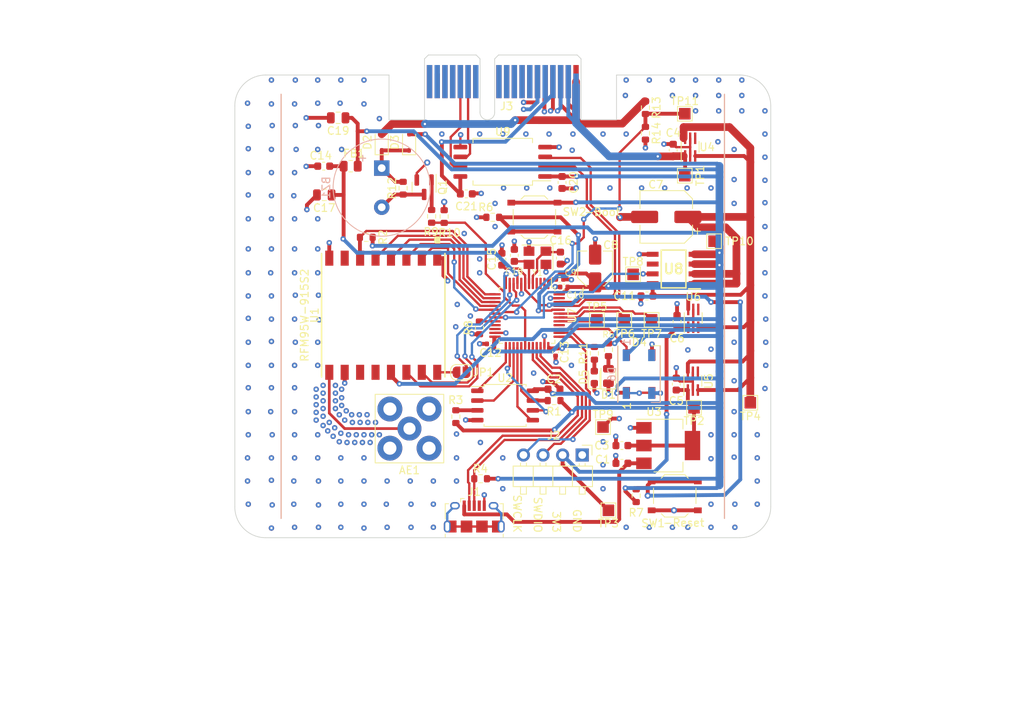
<source format=kicad_pcb>
(kicad_pcb (version 20221018) (generator pcbnew)
  (title_block (title "QRET 23-24 SRAD Communications Module") (date "2024-03-19") (rev "V0.1.1") (company "Queen's Rocket Engineering Team") (comment 1 "Contributors: Oak Campbell, Kennan Bays"))
  (layers (0 "F.Cu" signal) (1 "In1.Cu" power) (2 "In2.Cu" power) (31 "B.Cu" signal) (34 "B.Paste" user) (35 "F.Paste" user) (36 "B.SilkS" user "B.Silkscreen") (37 "F.SilkS" user "F.Silkscreen") (38 "B.Mask" user) (39 "F.Mask" user) (44 "Edge.Cuts" user))
  (net 0 "")
  (net 1 "GND")
  (net 2 "V_PSU")
  (net 3 "+5V")
  (net 4 "+BATT")
  (net 9 "DB_LED")
  (net 16 "CAN_L")
  (net 17 "CAN_H")
  (net 22 "Net-(AE1-A)")
  (net 23 "Net-(BZ1--)")
  (net 24 "Net-(BZ1-+)")
  (net 25 "/USB_5V")
  (net 26 "+3.3V")
  (net 27 "V_REGUSB")
  (net 28 "V_SWD")
  (net 29 "V_MUX")
  (net 30 "+3.3VA")
  (net 31 "STM_RESET")
  (net 32 "OSC_IN")
  (net 33 "OSC_OUT")
  (net 34 "Net-(D1-A)")
  (net 35 "Net-(D4-DOUT)")
  (net 36 "RGB_DATA")
  (net 37 "Net-(D5-A)")
  (net 39 "USB_D-")
  (net 40 "USB_D+")
  (net 42 "unconnected-(J1-Shield-Pad6)")
  (net 43 "SWDIO")
  (net 44 "SWCLK")
  (net 45 "Net-(JP1-A)")
  (net 46 "DIO2_RF")
  (net 47 "Net-(Q1-G)")
  (net 48 "RESET_FL")
  (net 49 "RESET_RF")
  (net 50 "Net-(U2-IO2)")
  (net 51 "BOOT0")
  (net 52 "BOOT1")
  (net 53 "BUZZER")
  (net 54 "BATT_SENSE")
  (net 55 "Net-(U7-PB5)")
  (net 56 "Net-(U7-PB6)")
  (net 57 "Net-(U7-PB7)")
  (net 58 "CURR_SENSE")
  (net 59 "MISO_RF")
  (net 60 "MOSI_RF")
  (net 61 "SCK_RF")
  (net 62 "CS_RF")
  (net 66 "DIO0_RF")
  (net 67 "DIO1_RF")
  (net 68 "CS_FL")
  (net 69 "MISO_FL")
  (net 70 "MOSI_FL")
  (net 71 "SCK_FL")
  (net 82 "CAN_RX")
  (net 83 "CAN_TX")
  (footprint "Diode_SMD:D_SOD-323" (layer "F.Cu") (at 126.85 86.075 90)
    (fp_text reference "D3")
    (fp_text value "1N5819WS")
  )
  (footprint "ISO1042:SOIC-8 ISO1042BDWV" (layer "F.Cu") (at 139 88.6 180)
    (fp_text reference "U9")
    (fp_text value "ISO1042BDWVR")
  )
  (footprint "LED_SMD:LED_0805_2012Metric" (layer "F.Cu") (at 152.7 116.375 90)
    (fp_text reference "D1")
    (fp_text value "PWR_LED (GRN)")
  )
  (footprint "Resistor_SMD:R_0603_1608Metric" (layer "F.Cu") (at 156.3 131.9 -90)
    (fp_text reference "R7")
    (fp_text value "10k")
  )
  (footprint "Resistor_SMD:R_0603_1608Metric" (layer "F.Cu") (at 121.3 98.4)
    (fp_text reference "R2")
    (fp_text value "10k")
  )
  (footprint "TestPoint:TestPoint_Pad_1.5x1.5mm" (layer "F.Cu") (at 152 123)
    (fp_text reference "TP9")
    (fp_text value "TP_GND")
  )
  (footprint "Resistor_SMD:R_0603_1608Metric" (layer "F.Cu") (at 152.7 112.975 90)
    (fp_text reference "R5")
    (fp_text value "820R")
  )
  (footprint "Capacitor_SMD:C_0402_1005Metric" (layer "F.Cu") (at 146.925 104.8375 180)
    (fp_text reference "C10")
    (fp_text value "100n")
  )
  (footprint "Resistor_SMD:R_0603_1608Metric" (layer "F.Cu") (at 145.655 119.57)
    (fp_text reference "R1")
    (fp_text value "10k")
  )
  (footprint "Resistor_SMD:R_0603_1608Metric" (layer "F.Cu") (at 131.4 95.7 -90)
    (fp_text reference "R10")
    (fp_text value "10k")
  )
  (footprint "Capacitor_SMD:C_0603_1608Metric" (layer "F.Cu") (at 115.78 89.17 180)
    (fp_text reference "C14")
    (fp_text value "10n")
  )
  (footprint "Capacitor_SMD:C_0603_1608Metric" (layer "F.Cu") (at 154.45 127.7 180)
    (fp_text reference "C1")
    (fp_text value "10uF")
  )
  (footprint "Crystal:Crystal_SMD_3225-4Pin_3.2x2.5mm" (layer "F.Cu") (at 143.5 101.05 180)
    (fp_text reference "Y1")
    (fp_text value "X322516MMB4SI")
  )
  (footprint "Resistor_SMD:R_0603_1608Metric" (layer "F.Cu") (at 136.125 129.7)
    (fp_text reference "R4")
    (fp_text value "1.5k")
  )
  (footprint "Resistor_SMD:R_0603_1608Metric" (layer "F.Cu") (at 126.075 92.025 90)
    (fp_text reference "R12")
    (fp_text value "1k")
  )
  (footprint "Resistor_SMD:R_0603_1608Metric" (layer "F.Cu") (at 157.5 84.9 -90)
    (fp_text reference "R14")
    (fp_text value "10k")
  )
  (footprint "TestPoint:TestPoint_Pad_1.5x1.5mm" (layer "F.Cu") (at 162.6 90.4 -90)
    (fp_text reference "TP1")
    (fp_text value "TP_VSTACK")
  )
  (footprint "TestPoint:TestPoint_Pad_1.5x1.5mm" (layer "F.Cu") (at 171.1 119.85 180)
    (fp_text reference "TP4")
    (fp_text value "TP_MUX")
  )
  (footprint "Package_TO_SOT_SMD:SOT-23" (layer "F.Cu") (at 128.8 91.9 -90)
    (fp_text reference "Q1")
    (fp_text value "AO3400A")
  )
  (footprint "Capacitor_SMD:C_0603_1608Metric" (layer "F.Cu") (at 161.1 87.1 90)
    (fp_text reference "C4")
    (fp_text value "1uF")
  )
  (footprint "Capacitor_SMD:CP_Elec_4x5.4" (layer "F.Cu") (at 150.975 102.4375 90)
    (fp_text reference "C8")
    (fp_text value "10uF")
  )
  (footprint "Capacitor_SMD:C_0402_1005Metric" (layer "F.Cu") (at 145.845 113.2775 -90)
    (fp_text reference "C13")
    (fp_text value "100n")
  )
  (footprint "Capacitor_SMD:C_0603_1608Metric" (layer "F.Cu") (at 138.875 101.2375 90)
    (fp_text reference "C15")
    (fp_text value "100nF")
  )
  (footprint "Capacitor_SMD:C_0603_1608Metric" (layer "F.Cu") (at 161.6 109.3 90)
    (fp_text reference "C6")
    (fp_text value "1uF")
  )
  (footprint "Package_SO:SOIC-8_5.23x5.23mm_P1.27mm" (layer "F.Cu") (at 139.3 120.2)
    (fp_text reference "U2")
    (fp_text value "W25Q128JVS")
  )
  (footprint "Capacitor_SMD:C_0402_1005Metric" (layer "F.Cu") (at 137.415 112.2175 180)
    (fp_text reference "C12")
    (fp_text value "100n")
  )
  (footprint "Capacitor_SMD:C_0603_1608Metric" (layer "F.Cu") (at 154.45 125.4 180)
    (fp_text reference "C3")
    (fp_text value "10uF")
  )
  (footprint "Capacitor_SMD:C_0603_1608Metric" (layer "F.Cu") (at 145.645 118.09)
    (fp_text reference "C2")
    (fp_text value "100nF")
  )
  (footprint "footprints:KH-SMA-K513-G" (layer "F.Cu") (at 126.9 123.2)
    (fp_text reference "AE1")
    (fp_text value "Antenna")
  )
  (footprint "Capacitor_SMD:C_0805_2012Metric" (layer "F.Cu") (at 117.65 82.9 180)
    (fp_text reference "C19")
    (fp_text value "1uF")
  )
  (footprint "Capacitor_SMD:C_0603_1608Metric" (layer "F.Cu") (at 140.5 100.7375 90)
    (fp_text reference "C18")
    (fp_text value "10p")
  )
  (footprint "Package_QFP:LQFP-48_7x7mm_P0.5mm" (layer "F.Cu") (at 142.15 108.5375 -90)
    (fp_text reference "U7")
    (fp_text value "STM32F103CBT6")
  )
  (footprint "Capacitor_SMD:C_0603_1608Metric" (layer "F.Cu") (at 157.7 106 180)
    (fp_text reference "C11")
    (fp_text value "0.1uF")
  )
  (footprint "SWD_Header:SWD_PinHeader_1x04_P2.54mm_Horizontal" (layer "F.Cu") (at 149.3 126.625 -90)
    (fp_text reference "J2")
    (fp_text value "SWD_01x04_Pin")
  )
  (footprint "Resistor_SMD:R_0603_1608Metric" (layer "F.Cu") (at 132.915 121.65 -90)
    (fp_text reference "R3")
    (fp_text value "10k")
  )
  (footprint "Resistor_SMD:R_0603_1608Metric" (layer "F.Cu") (at 157.5 81.575 -90)
    (fp_text reference "R13")
    (fp_text value "30k")
  )
  (footprint "Resistor_SMD:R_0805_2012Metric" (layer "F.Cu") (at 119.2745 89.172)
    (fp_text reference "FB1")
    (fp_text value "100R")
  )
  (footprint "Button_Switch_SMD:SW_Push_1P1T_XKB_TS-1187A" (layer "F.Cu") (at 161.3 131.925 180)
    (fp_text reference "SW1")
    (fp_text value "SW_STM_RESET")
  )
  (footprint "footprints:SOIC127P600X175-8N" (layer "F.Cu") (at 161.15 102.5 180)
    (fp_text reference "U8")
    (fp_text value "ACS70331EOLC" hide)
  )
  (footprint "Capacitor_SMD:C_0402_1005Metric" (layer "F.Cu") (at 146.375 103.8475)
    (fp_text reference "C9")
    (fp_text value "100n")
  )
  (footprint "LED_SMD:LED_0603_1608Metric" (layer "F.Cu") (at 150.873 116.5345 90)
    (fp_text reference "D5")
    (fp_text value "DB_LED (YLW)")
  )
  (footprint "Jumper:SolderJumper-2_P1.3mm_Open_RoundedPad1.0x1.5mm" (layer "F.Cu") (at 133.65 115.9)
    (fp_text reference "JP1")
    (fp_text value "DIO5_EN")
  )
  (footprint "Resistor_SMD:R_0603_1608Metric" (layer "F.Cu") (at 150.88 113.44 90)
    (fp_text reference "R11")
    (fp_text value "560R")
  )
  (footprint "LMR66100:SC-70-6_Handsoldering" (layer "F.Cu") (at 163.3 86.7 90)
    (fp_text reference "U4")
    (fp_text value "LM66100DCKR")
  )
  (footprint "TestPoint:TestPoint_Pad_1.5x1.5mm" (layer "F.Cu") (at 162.605 82.37)
    (fp_text reference "TP11")
    (fp_text value "TP_BSENSE")
  )
  (footprint "TestPoint:TestPoint_Pad_1.5x1.5mm" (layer "F.Cu") (at 158.3 109.1 90)
    (fp_text reference "TP7")
    (fp_text value "TP_PB7")
  )
  (footprint "footprints:USB_Micro-B_Amphenol_10118194_Horizontal" (layer "F.Cu") (at 135.3 134.6)
    (fp_text reference "J1")
    (fp_text value "USB_B_Micro")
  )
  (footprint "Capacitor_SMD:C_0603_1608Metric" (layer "F.Cu") (at 146.475 101.0875 -90)
    (fp_text reference "C16")
    (fp_text value "10p")
  )
  (footprint "TestPoint:TestPoint_Pad_1.5x1.5mm" (layer "F.Cu") (at 155.9 103.2)
    (fp_text reference "TP8")
    (fp_text value "TP_ISENSE")
  )
  (footprint "Capacitor_SMD:CP_Elec_6.3x5.9" (layer "F.Cu") (at 160.2 95.75 180)
    (fp_text reference "C7")
    (fp_text value "100uF")
  )
  (footprint "LMR66100:SC-70-6_Handsoldering" (layer "F.Cu") (at 163.65 117.05 90)
    (fp_text reference "U5")
    (fp_text value "LM66100DCKR")
  )
  (footprint "Capacitor_SMD:C_0805_2012Metric" (layer "F.Cu") (at 115.85 92.9 180)
    (fp_text reference "C17")
    (fp_text value "1uF")
  )
  (footprint "footprints:RFM95W" (layer "F.Cu") (at 123.5 108.5 -90)
    (fp_text reference "U1")
    (fp_text value "RFM95W-915S2")
  )
  (footprint "Resistor_SMD:R_0603_1608Metric" (layer "F.Cu") (at 129.775 95.675 -90)
    (fp_text reference "R9")
    (fp_text value "510R")
  )
  (footprint "Capacitor_SMD:C_0603_1608Metric" (layer "F.Cu") (at 161.5 117.425 90)
    (fp_text reference "C5")
    (fp_text value "1uF")
  )
  (footprint "Diode_SMD:D_SOD-323" (layer "F.Cu") (at 123.3 86.075 90)
    (fp_text reference "D2")
    (fp_text value "1N5819WS")
  )
  (footprint "LMR66100:SC-70-6_Handsoldering" (layer "F.Cu") (at 163.7 108.9 90)
    (fp_text reference "U6")
    (fp_text value "LM66100DCKR")
  )
  (footprint "TestPoint:TestPoint_Pad_1.5x1.5mm" (layer "F.Cu") (at 154.75 109.1 90)
    (fp_text reference "TP6")
    (fp_text value "TP_PB6")
  )
  (footprint "Resistor_SMD:R_0603_1608Metric" (layer "F.Cu") (at 137.7 95.8)
    (fp_text reference "R6")
    (fp_text value "100k")
  )
  (footprint "Resistor_SMD:R_0603_1608Metric" (layer "F.Cu") (at 135.975 110.1375 90)
    (fp_text reference "R8")
    (fp_text value "100k")
  )
  (footprint "TestPoint:TestPoint_Pad_1.5x1.5mm" (layer "F.Cu") (at 163.8 120.5 180)
    (fp_text reference "TP2")
    (fp_text value "TP_VUSB")
  )
  (footprint "TestPoint:TestPoint_Pad_1.5x1.5mm" (layer "F.Cu") (at 151.2 109.1 90)
    (fp_text reference "TP5")
    (fp_text value "TP_PB5")
  )
  (footprint "Capacitor_SMD:C_0603_1608Metric" (layer "F.Cu") (at 146.69 91.28 90)
    (fp_text reference "C20")
    (fp_text value "0.1u")
  )
  (footprint "Connector_PCBEdge:BUS_PCIexpress_x1" (layer "F.Cu") (at 148.5 78.2 180)
    (fp_text reference "J3")
    (fp_text value "Stack Male Edge Connector")
    (fp_line (start -0.65 -4.95) (end -0.65 2.95) (stroke (width 0.1)) (layer "Edge.Cuts"))
    (fp_line (start -0.65 2.95) (end -0.15 3.45) (stroke (width 0.1)) (layer "Edge.Cuts"))
    (fp_line (start -0.15 3.45) (end 10.05 3.45) (stroke (width 0.1)) (layer "Edge.Cuts"))
    (fp_line (start 10.55 -4) (end 10.55 2.95) (stroke (width 0.1)) (layer "Edge.Cuts"))
    (fp_line (start 10.55 2.95) (end 10.05 3.45) (stroke (width 0.1)) (layer "Edge.Cuts"))
    (fp_line (start 12.45 -4) (end 12.45 2.95) (stroke (width 0.1)) (layer "Edge.Cuts"))
    (fp_line (start 12.45 2.95) (end 12.95 3.45) (stroke (width 0.1)) (layer "Edge.Cuts"))
    (fp_line (start 12.95 3.45) (end 19.15 3.45) (stroke (width 0.1)) (layer "Edge.Cuts"))
    (fp_line (start 19.65 -4.95) (end 19.65 2.95) (stroke (width 0.1)) (layer "Edge.Cuts"))
    (fp_line (start 19.65 2.95) (end 19.15 3.45) (stroke (width 0.1)) (layer "Edge.Cuts"))
    (fp_arc (start 10.55 -4) (mid 11.5 -4.95) (end 12.45 -4) (stroke (width 0.1)) (layer "Edge.Cuts"))
  )
  (footprint "TestPoint:TestPoint_Pad_1.5x1.5mm" (layer "F.Cu") (at 166.4 98.9)
    (fp_text reference "TP10")
    (fp_text value "TP_3V3")
  )
  (footprint "Package_TO_SOT_SMD:SOT-223-3_TabPin2" (layer "F.Cu") (at 160.45 125.4)
    (fp_text reference "U3")
    (fp_text value "AMS1117-3.3")
  )
  (footprint "Button_Switch_SMD:SW_Push_1P1T_XKB_TS-1187A" (layer "F.Cu") (at 143.1 95.775 180)
    (fp_text reference "SW2")
    (fp_text value "SW_STM_BOOT_MODE")
  )
  (footprint "Capacitor_SMD:C_0603_1608Metric" (layer "F.Cu") (at 134.27 92.76 180)
    (fp_text reference "C21")
    (fp_text value "0.1u")
  )
  (footprint "TestPoint:TestPoint_Pad_1.5x1.5mm" (layer "F.Cu") (at 152.7 133.8 180)
    (fp_text reference "TP3")
    (fp_text value "TP_VSWD")
  )
  (footprint "LED_SMD:LED_WS2812B_PLCC4_5.0x5.0mm_P3.2mm" (layer "F.Cu") (at 156.7 116.1 90)
    (fp_text reference "D4")
    (fp_text value "WS2812B")
  )
  (footprint "LED_SMD:LED_WS2812B_PLCC4_5.0x5.0mm_P3.2mm" (layer "B.Cu") (at 156.65 116.15 -90)
    (fp_text reference "D6")
    (fp_text value "WS2812B")
  )
  (footprint "footprints:Buzzer_12.6x9.5RM5.0" (layer "B.Cu") (at 123.3 88.15 -90)
    (fp_text reference "BZ1")
    (fp_text value "PKM13EPYH4000")
  )
  (gr_line (start 167.75 79.85) (end 167.75 134.85) (stroke (width 0.15)) (layer "B.SilkS"))
  (gr_line (start 110.25 79.85) (end 110.25 134.85) (stroke (width 0.15)) (layer "B.SilkS"))
  (gr_line (start 110.25 79.85) (end 110.25 134.85) (stroke (width 0.15)) (layer "F.SilkS"))
  (gr_line (start 167.75 79.85) (end 167.75 134.85) (stroke (width 0.15)) (layer "F.SilkS"))
  (gr_arc (start 173.75 133.35) (mid 172.578427 136.178427) (end 169.75 137.35) (stroke (width 0.1)) (layer "Edge.Cuts"))
  (gr_line (start 124.25 83.15) (end 128.85 83.15) (stroke (width 0.1)) (layer "Edge.Cuts"))
  (gr_line (start 104.25 81.35) (end 104.25 133.35) (stroke (width 0.1)) (layer "Edge.Cuts"))
  (gr_arc (start 169.75 77.35) (mid 172.578427 78.521573) (end 173.75 81.35) (stroke (width 0.1)) (layer "Edge.Cuts"))
  (gr_line (start 108.25 137.35) (end 169.75 137.35) (stroke (width 0.1)) (layer "Edge.Cuts"))
  (gr_line (start 153.75 77.35) (end 169.75 77.35) (stroke (width 0.1)) (layer "Edge.Cuts"))
  (gr_line (start 108.25 77.35) (end 124.25 77.35) (stroke (width 0.1)) (layer "Edge.Cuts"))
  (gr_arc (start 104.25 81.35) (mid 105.421573 78.521573) (end 108.25 77.35) (stroke (width 0.1)) (layer "Edge.Cuts"))
  (gr_line (start 153.75 83.15) (end 153.75 77.35) (stroke (width 0.1)) (layer "Edge.Cuts"))
  (gr_arc (start 108.25 137.35) (mid 105.421573 136.178427) (end 104.25 133.35) (stroke (width 0.1)) (layer "Edge.Cuts"))
  (gr_line (start 173.75 81.35) (end 173.75 133.35) (stroke (width 0.1)) (layer "Edge.Cuts"))
  (gr_line (start 149.15 83.15) (end 153.75 83.15) (stroke (width 0.1)) (layer "Edge.Cuts"))
  (gr_line (start 124.25 83.15) (end 124.25 77.35) (stroke (width 0.1)) (layer "Edge.Cuts"))
  (gr_text "-Boot" (at 149.5 95.7) (layer "F.SilkS") (effects (font (size 1 1)) (justify left bottom)))
  (gr_text "-Reset" (at 159.7 136) (layer "F.SilkS") (effects (font (size 1 1)) (justify left bottom)))
  (segment (start 131.3 101.1) (end 130.5 101.1) (width 0.5) (layer "F.Cu") (net 1))
  (segment (start 113.52 82.92) (end 113.5 82.9) (width 0.5) (layer "F.Cu") (net 1))
  (segment (start 148.445 92.055) (end 148.5 92) (width 0.5) (layer "F.Cu") (net 1))
  (segment (start 152.7 117.3125) (end 152.7 118.7) (width 0.5) (layer "F.Cu") (net 1))
  (segment (start 156.925 106) (end 156.9 107) (width 0.5) (layer "F.Cu") (net 1))
  (segment (start 141.4 105.702785) (end 141.4 104.375) (width 0.3) (layer "F.Cu") (net 1))
  (segment (start 163.7 107.75) (end 163.7 108.9) (width 0.3) (layer "F.Cu") (net 1))
  (segment (start 136 112.2) (end 136.0175 112.2175) (width 0.5) (layer "F.Cu") (net 1))
  (segment (start 145.2 82) (end 145.2 81.9) (width 0.5) (layer "F.Cu") (net 1))
  (segment (start 136.6 133.2) (end 136.6 131.8) (width 0.3) (layer "F.Cu") (net 1))
  (segment (start 146.3125 106.2875) (end 145.19351 106.2875) (width 0.3) (layer "F.Cu") (net 1))
  (segment (start 136.875 95.8) (end 135.6 95.8) (width 0.5) (layer "F.Cu") (net 1))
  (segment (start 161.475 86.7) (end 161.1 86.325) (width 0.3) (layer "F.Cu") (net 1))
  (segment (start 145.495 117.165) (end 144.4 117.165) (width 0.5) (layer "F.Cu") (net 1))
  (segment (start 139.4 110.8) (end 139.3 110.7875) (width 0.3) (layer "F.Cu") (net 1))
  (segment (start 137.9875 110.7875) (end 139.275 110.7875) (width 0.3) (layer "F.Cu") (net 1))
  (segment (start 163.65 117.1) (end 163.65 118.2) (width 0.3) (layer "F.Cu") (net 1))
  (segment (start 131.855628 103.904156) (end 131.3 103.348528) (width 0.5) (layer "F.Cu") (net 1))
  (segment (start 151.2 118.6) (end 150.873 118.273) (width 0.5) (layer "F.Cu") (net 1))
  (segment (start 146.445 104.8375) (end 145.8 104.8) (width 0.5) (layer "F.Cu") (net 1))
  (segment (start 153.7 125.5) (end 153.8 125.6) (width 0.5) (layer "F.Cu") (net 1))
  (segment (start 131.3 103.348528) (end 131.3 101.1) (width 0.5) (layer "F.Cu") (net 1))
  (segment (start 161.2 133.8) (end 164.3 133.8) (width 0.5) (layer "F.Cu") (net 1))
  (segment (start 156.705 100.595) (end 156.7 100.6) (width 0.5) (layer "F.Cu") (net 1))
  (segment (start 153.8 125.5) (end 153.7 125.5) (width 0.5) (layer "F.Cu") (net 1))
  (segment (start 155.55 123.1) (end 157.3 123.1) (width 0.5) (layer "F.Cu") (net 1))
  (segment (start 145.19351 106.2875) (end 145.181971 106.299039) (width 0.3) (layer "F.Cu") (net 1))
  (segment (start 146.8875 101.8625) (end 146.475 101.8625) (width 0.5) (layer "F.Cu") (net 1))
  (segment (start 131.4 94.875) (end 131.4 93.8) (width 0.3) (layer "F.Cu") (net 1))
  (segment (start 163.65 117.1) (end 161.95 117.1) (width 0.3) (layer "F.Cu") (net 1))
  (segment (start 157.4 95.75) (end 154.25 95.75) (width 1) (layer "F.Cu") (net 1))
  (segment (start 163.3 86.7) (end 161.475 86.7) (width 0.3) (layer "F.Cu") (net 1))
  (segment (start 144.27 117.165) (end 144.335 117.165) (width 0.5) (layer "F.Cu") (net 1))
  (segment (start 146.42 118.09) (end 145.495 117.165) (width 0.5) (layer "F.Cu") (net 1))
  (segment (start 156.9 107) (end 156.925 106.975) (width 0.5) (layer "F.Cu") (net 1))
  (segment (start 153.675 126.725) (end 153.65 126.7) (width 0.5) (layer "F.Cu") (net 1))
  (segment (start 146 114.6) (end 145.9 114.5) (width 0.5) (layer "F.Cu") (net 1))
  (segment (start 141.7 80.899502) (end 143.450498 80.899502) (width 0.5) (layer "F.Cu") (net 1))
  (segment (start 158.35 112.25) (end 158.35 113.65) (width 0.5) (layer "F.Cu") (net 1))
  (segment (start 154.25 95.75) (end 154.2 95.8) (width 1) (layer "F.Cu") (net 1))
  (segment (start 113.6 94.8) (end 113.6 94.2) (width 0.5) (layer "F.Cu") (net 1))
  (segment (start 118.5 115.9) (end 118.5 117.3) (width 0.5) (layer "F.Cu") (net 1))
  (segment (start 144.2 117.1) (end 144.27 117.165) (width 0.5) (layer "F.Cu") (net 1))
  (segment (start 136.935 112.2175) (end 136 112.2) (width 0.5) (layer "F.Cu") (net 1))
  (segment (start 150.975 98.625) (end 151 98.6) (width 0.5) (layer "F.Cu") (net 1))
  (segment (start 163.7 108.9) (end 163.7 110.05) (width 0.3) (layer "F.Cu") (net 1))
  (segment (start 134.21 122.105) (end 134.185 122.08) (width 0.5) (layer "F.Cu") (net 1))
  (segment (start 145.9 114.6) (end 146 114.6) (width 0.5) (layer "F.Cu") (net 1))
  (segment (start 152 123) (end 153.1 121.9) (width 0.5) (layer "F.Cu") (net 1))
  (segment (start 158.3 133.8) (end 161.2 133.8) (width 0.5) (layer "F.Cu") (net 1))
  (segment (start 135.0625 110.9625) (end 135 110.9) (width 0.5) (layer "F.Cu") (net 1))
  (segment (start 145.845 114.445) (end 145.9 114.5) (width 0.5) (layer "F.Cu") (net 1))
  (segment (start 153.675 125.4) (end 153.675 124.225) (width 0.5) (layer "F.Cu") (net 1))
  (segment (start 115.005 89.17) (end 113.53 89.17) (width 0.5) (layer "F.Cu") (net 1))
  (segment (start 136.2 92.7) (end 135.105 92.7) (width 0.5) (layer "F.Cu") (net 1))
  (segment (start 140.5 99.9625) (end 140.5 98.9) (width 0.5) (layer "F.Cu") (net 1))
  (segment (start 135.7 122.105) (end 134.21 122.105) (width 0.5) (layer "F.Cu") (net 1))
  (segment (start 138.875 99.425) (end 138.9 99.4) (width 0.5) (layer "F.Cu") (net 1))
  (segment (start 161.075 86.3) (end 161.1 86.325) (width 0.5) (layer "F.Cu") (net 1))
  (segment (start 161.6 108.55) (end 161.95 108.9) (width 0.3) (layer "F.Cu") (net 1))
  (segment (start 135.975 110.9625) (end 135.0625 110.9625) (width 0.5) (layer "F.Cu") (net 1))
  (segment (start 161.5 115.3) (end 161.5 115.4) (width 0.3) (layer "F.Cu") (net 1))
  (segment (start 158.438 100.595) (end 156.705 100.595) (width 0.5) (layer "F.Cu") (net 1))
  (segment (start 144.4 82.1) (end 144.4 78.3) (width 0.5) (layer "F.Cu") (net 1))
  (segment (start 145.8 104.8) (end 145.8375 104.8375) (width 0.5) (layer "F.Cu") (net 1))
  (segment (start 113.6 94.2) (end 114.9 92.9) (width 0.5) (layer "F.Cu") (net 1))
  (segment (start 153.675 124.225) (end 153.65 124.2) (width 0.5) (layer "F.Cu") (net 1))
  (segment (start 133.5 86.695) (end 133.5 85.1) (width 0.3) (layer "F.Cu") (net 1))
  (segment (start 113.5 94.8) (end 113.6 94.7) (width 0.5) (layer "F.Cu") (net 1))
  (segment (start 163.3 87.85) (end 163.3 86.7) (width 0.3) (layer "F.Cu") (net 1))
  (segment (start 146.69 92.055) (end 148.445 92.055) (width 0.5) (layer "F.Cu") (net 1))
  (segment (start 146.305 86.695) (end 146.395 86.695) (width 0.5) (layer "F.Cu") (net 1))
  (segment (start 144.4 78.3) (end 144.5 78.2) (width 0.5) (layer "F.Cu") (net 1))
  (segment (start 153.825 125.625) (end 153.8 125.6) (width 0.5) (layer "F.Cu") (net 1))
  (segment (start 144.4 112.7) (end 144.4 111.2) (width 0.3) (layer "F.Cu") (net 1))
  (segment (start 142.4 100.2) (end 142.4 98.9875) (width 0.5) (layer "F.Cu") (net 1))
  (segment (start 146.3 86.7) (end 146.305 86.695) (width 0.5) (layer "F.Cu") (net 1))
  (segment (start 163.3 86.7) (end 163.3 85.55) (width 0.3) (layer "F.Cu") (net 1))
  (segment (start 152.7 118.7) (end 152.7 118.6) (width 0.5) (layer "F.Cu") (net 1))
  (segment (start 161.95 117.1) (end 161.5 116.65) (width 0.3) (layer "F.Cu") (net 1))
  (segment (start 145.845 113.7575) (end 145.845 114.445) (width 0.5) (layer "F.Cu") (net 1))
  (segment (start 116.5 101.1) (end 116.5 99.1) (width 0.5) (layer "F.Cu") (net 1))
  (segment (start 150.975 100.6375) (end 150.975 98.625) (width 0.5) (layer "F.Cu") (net 1))
  (segment (start 150.873 118.273) (end 150.873 117.322) (width 0.5) (layer "F.Cu") (net 1))
  (segment (start 145.5 81.7) (end 145.5 78.2) (width 0.5) (layer "F.Cu") (net 1))
  (segment (start 141.427452 105.730237) (end 141.4 105.702785) (width 0.3) (layer "F.Cu") (net 1))
  (segment (start 139.3 110.7875) (end 139.2875 110.7875) (width 0.3) (layer "F.Cu") (net 1))
  (segment (start 144.4 117.165) (end 144.2 117.1) (width 0.5) (layer "F.Cu") (net 1))
  (segment (start 113.5 82.9) (end 116.7 82.9) (width 0.5) (layer "F.Cu") (net 1))
  (segment (start 157.5 86.8) (end 157.5 86.7) (width 0.5) (layer "F.Cu") (net 1))
  (segment (start 135.105 92.7) (end 135.045 92.76) (width 0.5) (layer "F.Cu") (net 1))
  (segment (start 113.53 89.17) (end 113.5 89.2) (width 0.5) (layer "F.Cu") (net 1))
  (segment (start 145.2 82) (end 145.5 81.7) (width 0.5) (layer "F.Cu") (net 1))
  (segment (start 161.5 116.65) (end 161.5 115.3) (width 0.3) (layer "F.Cu") (net 1))
  (segment (start 144.5 86.695) (end 146.295 86.695) (width 0.5) (layer "F.Cu") (net 1))
  (segment (start 143.5 80.85) (end 143.5 78.2) (width 0.5) (layer "F.Cu") (net 1))
  (segment (start 144.6 101.9) (end 144.6 102.8875) (width 0.5) (layer "F.Cu") (net 1))
  (segment (start 144.6 103) (end 144.6 102.9) (width 0.5) (layer "F.Cu") (net 1))
  (segment (start 145.9 114.5) (end 145.9 114.6) (width 0.5) (layer "F.Cu") (net 1))
  (segment (start 153.8 125.6) (end 153.8 125.5) (width 0.5) (layer "F.Cu") (net 1))
  (segment (start 113.6 94.7) (end 113.6 94.8) (width 0.5) (layer "F.Cu") (net 1))
  (segment (start 153.675 127.7) (end 153.675 126.725) (width 0.5) (layer "F.Cu") (net 1))
  (segment (start 139.275 110.7875) (end 139.4 110.8) (width 0.3) (layer "F.Cu") (net 1))
  (segment (start 161.6 108.525) (end 161.6 107) (width 0.5) (layer "F.Cu") (net 1))
  (segment (start 146.295 86.695) (end 146.3 86.7) (width 0.5) (layer "F.Cu") (net 1))
  (segment (start 163.65 115.9) (end 163.65 117.1) (width 0.3) (layer "F.Cu") (net 1))
  (segment (start 143.450498 80.899502) (end 143.5 80.85) (width 0.5) (layer "F.Cu") (net 1))
  (segment (start 113.6 94.8) (end 113.5 94.8) (width 0.5) (layer "F.Cu") (net 1))
  (segment (start 138.875 100.4625) (end 138.875 99.425) (width 0.5) (layer "F.Cu") (net 1))
  (segment (start 161.95 108.9) (end 163.7 108.9) (width 0.3) (layer "F.Cu") (net 1))
  (segment (start 146.395 86.695) (end 146.4 86.7) (width 0.5) (layer "F.Cu") (net 1))
  (segment (start 153.1 121.9) (end 154.1 121.9) (width 0.5) (layer "F.Cu") (net 1))
  (segment (start 157.5 85.725) (end 157.5 86.8) (width 0.5) (layer "F.Cu") (net 1))
  (segment (start 131.855628 104.044872) (end 131.855628 103.904156) (width 0.5) (layer "F.Cu") (net 1))
  (segment (start 159.9 86.3) (end 161.075 86.3) (width 0.5) (layer "F.Cu") (net 1))
  (segment (start 127.85 90.05) (end 129.2 88.7) (width 0.3) (layer "F.Cu") (net 1))
  (segment (start 146.855 103.8475) (end 147.8475 103.8475) (width 0.5) (layer "F.Cu") (net 1))
  (segment (start 127.85 90.9625) (end 127.85 90.05) (width 0.3) (layer "F.Cu") (net 1))
  (segment (start 147.8475 103.8475) (end 147.9 103.9) (width 0.5) (layer "F.Cu") (net 1))
  (segment (start 147.35 101.4) (end 146.8875 101.8625) (width 0.5) (layer "F.Cu") (net 1))
  (via (at 105.9 130) (size 0.7) (drill 0.3) (layers "F.Cu" "B.Cu") (net 1))
  (via (at 122 124) (size 0.7) (drill 0.3) (layers "F.Cu" "B.Cu") (net 1))
  (via (at 173.1 115) (size 0.7) (drill 0.3) (layers "F.Cu" "B.Cu") (net 1))
  (via (at 121 133) (size 0.7) (drill 0.3) (layers "F.Cu" "B.Cu") (net 1))
  (via (at 112 121) (size 0.7) (drill 0.3) (layers "F.Cu" "B.Cu") (net 1))
  (via (at 130 130) (size 0.7) (drill 0.3) (layers "F.Cu" "B.Cu") (net 1))
  (via (at 172 130) (size 0.7) (drill 0.3) (layers "F.Cu" "B.Cu") (net 1))
  (via (at 109.1 124) (size 0.7) (drill 0.3) (layers "F.Cu" "B.Cu") (net 1))
  (via (at 115 124) (size 0.7) (drill 0.3) (layers "F.Cu" "B.Cu") (net 1))
  (via (at 139 127) (size 0.7) (drill 0.3) (layers "F.Cu" "B.Cu") (net 1))
  (via (at 161 78) (size 0.7) (drill 0.3) (layers "F.Cu" "B.Cu") (net 1))
  (via (at 112 124) (size 0.7) (drill 0.3) (layers "F.Cu" "B.Cu") (net 1))
  (via (at 138.9 99.4) (size 0.7) (drill 0.3) (layers "F.Cu" "B.Cu") (net 1))
  (via (at 161.2 133.8) (size 0.8) (drill 0.4) (layers "F.Cu" "B.Cu") (net 1))
  (via (at 167 78) (size 0.7) (drill 0.3) (layers "F.Cu" "B.Cu") (net 1))
  (via (at 115.7 119.6) (size 0.7) (drill 0.3) (layers "F.Cu" "B.Cu") (net 1))
  (via (at 130 136) (size 0.7) (drill 0.3) (layers "F.Cu" "B.Cu") (net 1))
  (via (at 109 129.9) (size 0.7) (drill 0.3) (layers "F.Cu" "B.Cu") (net 1))
  (via (at 145.1 92) (size 0.7) (drill 0.3) (layers "F.Cu" "B.Cu") (net 1))
  (via (at 123 83) (size 0.7) (drill 0.3) (layers "F.Cu" "B.Cu") (net 1))
  (via (at 109 93) (size 0.7) (drill 0.3) (layers "F.Cu" "B.Cu") (net 1))
  (via (at 123.9 133) (size 0.7) (drill 0.3) (layers "F.Cu" "B.Cu") (net 1))
  (via (at 169 90.9) (size 0.7) (drill 0.3) (layers "F.Cu" "B.Cu") (net 1))
  (via (at 164 80) (size 0.7) (drill 0.3) (layers "F.Cu" "B.Cu") (net 1))
  (via (at 136.6 131.8) (size 0.7) (drill 0.3) (layers "F.Cu" "B.Cu") (net 1))
  (via (at 115.7 118.6) (size 0.7) (drill 0.3) (layers "F.Cu" "B.Cu") (net 1))
  (via (at 133 123.9) (size 0.7) (drill 0.3) (layers "F.Cu" "B.Cu") (net 1))
  (via (at 116.3 123.5) (size 0.7) (drill 0.3) (layers "F.Cu" "B.Cu") (net 1))
  (via (at 135.6 95.8) (size 0.7) (drill 0.3) (layers "F.Cu" "B.Cu") (net 1))
  (via (at 144.4 82.1) (size 0.7) (drill 0.3) (layers "F.Cu" "B.Cu") (net 1))
  (via (at 118 136) (size 0.7) (drill 0.3) (layers "F.Cu" "B.Cu") (net 1))
  (via (at 147.35 101.4) (size 0.7) (drill 0.3) (layers "F.Cu" "B.Cu") (net 1))
  (via (at 170 82) (size 0.7) (drill 0.3) (layers "F.Cu" "B.Cu") (net 1))
  (via (at 112.2 87) (size 0.7) (drill 0.3) (layers "F.Cu" "B.Cu") (net 1))
  (via (at 106 99.9) (size 0.7) (drill 0.3) (layers "F.Cu" "B.Cu") (net 1))
  (via (at 152.9 92) (size 0.7) (drill 0.3) (layers "F.Cu" "B.Cu") (net 1))
  (via (at 130 133) (size 0.7) (drill 0.3) (layers "F.Cu" "B.Cu") (net 1))
  (via (at 115.1 130) (size 0.7) (drill 0.3) (layers "F.Cu" "B.Cu") (net 1))
  (via (at 117.3 118.6) (size 0.7) (drill 0.3) (layers "F.Cu" "B.Cu") (net 1))
  (via (at 114.8 122.1) (size 0.7) (drill 0.3) (layers "F.Cu" "B.Cu") (net 1))
  (via (at 166 127.1) (size 0.7) (drill 0.3) (layers "F.Cu" "B.Cu") (net 1))
  (via (at 112 109) (size 0.7) (drill 0.3) (layers "F.Cu" "B.Cu") (net 1))
  (via (at 121 136.1) (size 0.7) (drill 0.3) (layers "F.Cu" "B.Cu") (net 1))
  (via (at 121 78) (size 0.7) (drill 0.3) (layers "F.Cu" "B.Cu") (net 1))
  (via (at 114.8 121.1) (size 0.7) (drill 0.3) (layers "F.Cu" "B.Cu") (net 1))
  (via (at 109 115) (size 0.7) (drill 0.3) (layers "F.Cu" "B.Cu") (net 1))
  (via (at 106 86.9) (size 0.7) (drill 0.3) (layers "F.Cu" "B.Cu") (net 1))
  (via (at 120.8 125) (size 0.7) (drill 0.3) (layers "F.Cu" "B.Cu") (net 1))
  (via (at 146.3 86.7) (size 0.7) (drill 0.3) (layers "F.Cu" "B.Cu") (net 1))
  (via (at 131.855628 104.044872) (size 0.7) (drill 0.3) (layers "F.Cu" "B.Cu") (net 1))
  (via (at 117.8 124.9) (size 0.7) (drill 0.3) (layers "F.Cu" "B.Cu") (net 1))
  (via (at 148 87.1) (size 0.7) (drill 0.3) (layers "F.Cu" "B.Cu") (net 1))
  (via (at 106 84) (size 0.7) (drill 0.3) (layers "F.Cu" "B.Cu") (net 1))
  (via (at 109 136.1) (size 0.7) (drill 0.3) (layers "F.Cu" "B.Cu") (net 1))
  (via (at 153.65 124.2) (size 0.7) (drill 0.3) (layers "F.Cu" "B.Cu") (net 1))
  (via (at 115 81) (size 0.7) (drill 0.3) (layers "F.Cu" "B.Cu") (net 1))
  (via (at 112.1 105.9) (size 0.7) (drill 0.3) (layers "F.Cu" "B.Cu") (net 1))
  (via (at 112 96) (size 0.7) (drill 0.3) (layers "F.Cu" "B.Cu") (net 1))
  (via (at 111.9 93) (size 0.7) (drill 0.3) (layers "F.Cu" "B.Cu") (net 1))
  (via (at 108.9 121) (size 0.7) (drill 0.3) (layers "F.Cu" "B.Cu") (net 1))
  (via (at 173 97) (size 0.7) (drill 0.3) (layers "F.Cu" "B.Cu") (net 1))
  (via (at 156.9 107) (size 0.7) (drill 0.3) (layers "F.Cu" "B.Cu") (net 1))
  (via (at 152 127.9) (size 0.7) (drill 0.3) (layers "F.Cu" "B.Cu") (net 1))
  (via (at 163 113) (size 0.7) (drill 0.3) (layers "F.Cu" "B.Cu") (net 1))
  (via (at 145 85) (size 0.7) (drill 0.3) (layers "F.Cu" "B.Cu") (net 1))
  (via (at 166 124) (size 0.7) (drill 0.3) (layers "F.Cu" "B.Cu") (net 1))
  (via (at 158 78) (size 0.7) (drill 0.3) (layers "F.Cu" "B.Cu") (net 1))
  (via (at 109 109) (size 0.7) (drill 0.3) (layers "F.Cu" "B.Cu") (net 1))
  (via (at 118 127) (size 0.7) (drill 0.3) (layers "F.Cu" "B.Cu") (net 1))
  (via (at 152.7 118.7) (size 0.7) (drill 0.3) (layers "F.Cu" "B.Cu") (net 1))
  (via (at 145.8 104.8) (size 0.7) (drill 0.3) (layers "F.Cu" "B.Cu") (net 1))
  (via (at 136 103) (size 0.7) (drill 0.3) (layers "F.Cu" "B.Cu") (net 1))
  (via (at 108.9 103) (size 0.7) (drill 0.3) (layers "F.Cu" "B.Cu") (net 1))
  (via (at 151 98.6) (size 0.7) (drill 0.3) (layers "F.Cu" "B.Cu") (net 1))
  (via (at 131.4 93.8) (size 0.8) (drill 0.4) (layers "F.Cu" "B.Cu") (net 1))
  (via (at 115 115) (size 0.7) (drill 0.3) (layers "F.Cu" "B.Cu") (net 1))
  (via (at 173 82) (size 0.7) (drill 0.3) (layers "F.Cu" "B.Cu") (net 1))
  (via (at 119.4 121.4) (size 0.7) (drill 0.3) (layers "F.Cu" "B.Cu") (net 1))
  (via (at 133.1 107.1) (size 0.7) (drill 0.3) (layers "F.Cu" "B.Cu") (net 1))
  (via (at 118 130) (size 0.7) (drill 0.3) (layers "F.Cu" "B.Cu") (net 1))
  (via (at 121 124) (size 0.7) (drill 0.3) (layers "F.Cu" "B.Cu") (net 1))
  (via (at 115 127) (size 0.7) (drill 0.3) (layers "F.Cu" "B.Cu") (net 1))
  (via (at 156.7 100.6) (size 0.7) (drill 0.3) (layers "F.Cu" "B.Cu") (net 1))
  (via (at 106 108.9) (size 0.7) (drill 0.3) (layers "F.Cu" "B.Cu") (net 1))
  (via (at 131.1 85) (size 0.7) (drill 0.3) (layers "F.Cu" "B.Cu") (net 1))
  (via (at 153.65 126.7) (size 0.7) (drill 0.3) (layers "F.Cu" "B.Cu") (net 1))
  (via (at 147.9 103.9) (size 0.7) (drill 0.3) (layers "F.Cu" "B.Cu") (net 1))
  (via (at 169 124) (size 0.7) (drill 0.3) (layers "F.Cu" "B.Cu") (net 1))
  (via (at 158.35 112.25) (size 0.7) (drill 0.3) (layers "F.Cu" "B.Cu") (net 1))
  (via (at 117.8 121.4) (size 0.7) (drill 0.3) (layers "F.Cu" "B.Cu") (net 1))
  (via (at 115.1 83.9) (size 0.7) (drill 0.3) (layers "F.Cu" "B.Cu") (net 1))
  (via (at 109 78) (size 0.7) (drill 0.3) (layers "F.Cu" "B.Cu") (net 1))
  (via (at 166 136) (size 0.7) (drill 0.3) (layers "F.Cu" "B.Cu") (net 1))
  (via (at 109.1 83.9) (size 0.7) (drill 0.3) (layers "F.Cu" "B.Cu") (net 1))
  (via (at 112 103) (size 0.7) (drill 0.3) (layers "F.Cu" "B.Cu") (net 1))
  (via (at 151.2 118.6) (size 0.7) (drill 0.3) (layers "F.Cu" "B.Cu") (net 1))
  (via (at 172 124) (size 0.7) (drill 0.3) (layers "F.Cu" "B.Cu") (net 1))
  (via (at 115 87) (size 0.7) (drill 0.3) (layers "F.Cu" "B.Cu") (net 1))
  (via (at 169 109) (size 0.7) (drill 0.3) (layers "F.Cu" "B.Cu") (net 1))
  (via (at 118 123.8) (size 0.7) (drill 0.3) (layers "F.Cu" "B.Cu") (net 1))
  (via (at 109 96) (size 0.7) (drill 0.3) (layers "F.Cu" "B.Cu") (net 1))
  (via (at 117.3 119.6) (size 0.7) (drill 0.3) (layers "F.Cu" "B.Cu") (net 1))
  (via (at 138 97) (size 0.7) (drill 0.3) (layers "F.Cu" "B.Cu") (net 1))
  (via (at 109 106) (size 0.7) (drill 0.3) (layers "F.Cu" "B.Cu") (net 1))
  (via (at 161 80) (size 0.7) (drill 0.3) (layers "F.Cu" "B.Cu") (net 1))
  (via (at 118 133) (size 0.7) (drill 0.3) (layers "F.Cu" "B.Cu") (net 1))
  (via (at 148.5 92) (size 0.7) (drill 0.3) (layers "F.Cu" "B.Cu") (net 1))
  (via (at 113.5 82.9) (size 0.7) (drill 0.3) (layers "F.Cu" "B.Cu") (net 1))
  (via (at 112 115) (size 0.7) (drill 0.3) (layers "F.Cu" "B.Cu") (net 1))
  (via (at 136 101.2) (size 0.7) (drill 0.3) (layers "F.Cu" "B.Cu") (net 1))
  (via (at 118.1 87) (size 0.7) (drill 0.3) (layers "F.Cu" "B.Cu") (net 1))
  (via (at 127.1 136) (size 0.7) (drill 0.3) (layers "F.Cu" "B.Cu") (net 1))
  (via (at 115.1 133.1) (size 0.7) (drill 0.3) (layers "F.Cu" "B.Cu") (net 1))
  (via (at 163 136) (size 0.7) (drill 0.3) (layers "F.Cu" "B.Cu") (net 1))
  (via (at 115.1 136) (size 0.7) (drill 0.3) (layers "F.Cu" "B.Cu") (net 1))
  (via (at 127.1 133) (size 0.7) (drill 0.3) (layers "F.Cu" "B.Cu") (net 1))
  (via (at 118.5 117.3) (size 0.7) (drill 0.3) (layers "F.Cu" "B.Cu") (net 1))
  (via (at 106 121) (size 0.7) (drill 0.3) (layers "F.Cu" "B.Cu") (net 1))
  (via (at 112 81.1) (size 0.7) (drill 0.3) (layers "F.Cu" "B.Cu") (net 1))
  (via (at 158 136) (size 0.7) (drill 0.3) (layers "F.Cu" "B.Cu") (net 1))
  (via (at 173 85) (size 0.7) (drill 0.3) (layers "F.Cu" "B.Cu") (net 1))
  (via (at 159.9 86.3) (size 0.7) (drill 0.3) (layers "F.Cu" "B.Cu") (net 1))
  (via (at 115.7 122.8) (size 0.7) (drill 0.3) (layers "F.Cu" "B.Cu") (net 1))
  (via (at 145.9 114.6) (size 0.7) (drill 0.3) (layers "F.Cu" "B.Cu") (net 1))
  (via (at 147.9 115) (size 0.7) (drill 0.3) (layers "F.Cu" "B.Cu") (net 1))
  (via (at 134 97.9) (size 0.7) (drill 0.3) (layers "F.Cu" "B.Cu") (net 1))
  (via (at 105.9 81) (size 0.7) (drill 0.3) (layers "F.Cu" "B.Cu") (net 1))
  (via (at 119.5 122.4) (size 0.7) (drill 0.3) (layers "F.Cu" "B.Cu") (net 1))
  (via (at 167 80) (size 0.7) (drill 0.3) (layers "F.Cu" "B.Cu") (net 1))
  (via (at 154.2 95.8) (size 0.7) (drill 0.3) (layers "F.Cu" "B.Cu") (net 1))
  (via (at 118.8 125) (size 0.7) (drill 0.3) (layers "F.Cu" "B.Cu") (net 1))
  (via (at 166 133) (size 0.7) (drill 0.3) (layers "F.Cu" "B.Cu") (net 1))
  (via (at 115.7 120.6) (size 0.7) (drill 0.3) (layers "F.Cu" "B.Cu") (net 1))
  (via (at 141.7 81.8) (size 0.7) (drill 0.3) (layers "F.Cu" "B.Cu") (net 1))
  (via (at 115.2 109.1) (size 0.7) (drill 0.3) (layers "F.Cu" "B.Cu") (net 1))
  (via (at 139 85) (size 0.7) (drill 0.3) (layers "F.Cu" "B.Cu") (net 1))
  (via (at 154.1 121.9) (size 0.7) (drill 0.3) (layers "F.Cu" "B.Cu") (net 1))
  (via (at 109 81.1) (size 0.7) (drill 0.3) (layers "F.Cu" "B.Cu") (net 1))
  (via (at 105.9 127) (size 0.7) (drill 0.3) (layers "F.Cu" "B.Cu") (net 1))
  (via (at 118 78) (size 0.7) (drill 0.3) (layers "F.Cu" "B.Cu") (net 1))
  (via (at 173.1 112) (size 0.7) (drill 0.3) (layers "F.Cu" "B.Cu") (net 1))
  (via (at 106 112) (size 0.7) (drill 0.3) (layers "F.Cu" "B.Cu") (net 1))
  (via (at 112.1 83.9) (size 0.7) (drill 0.3) (layers "F.Cu" "B.Cu") (net 1))
  (via (at 112 117.9) (size 0.7) (drill 0.3) (layers "F.Cu" "B.Cu") (net 1))
  (via (at 139.1 92) (size 0.7) (drill 0.3) (layers "F.Cu" "B.Cu") (net 1))
  (via (at 145.2 82) (size 0.7) (drill 0.3) (layers "F.Cu" "B.Cu") (net 1))
  (via (at 136 85) (size 0.7) (drill 0.3) (layers "F.Cu" "B.Cu") (net 1))
  (via (at 117 124.2) (size 0.7) (drill 0.3) (layers "F.Cu" "B.Cu") (net 1))
  (via (at 111.9 133) (size 0.7) (drill 0.3) (layers "F.Cu" "B.Cu") (net 1))
  (via (at 119 124) (size 0.7) (drill 0.3) (layers "F.Cu" "B.Cu") (net 1))
  (via (at 117.3 120.6) (size 0.7) (drill 0.3) (layers "F.Cu" "B.Cu") (net 1))
  (via (at 127 130) (size 0.7) (drill 0.3) (layers "F.Cu" "B.Cu") (net 1))
  (via (at 121.8 125) (size 0.7) (drill 0.3) (layers "F.Cu" "B.Cu") (net 1))
  (via (at 145.181971 106.299039) (size 0.7) (drill 0.3) (layers "F.Cu" "B.Cu") (net 1))
  (via (at 117.9 81) (size 0.7) (drill 0.3) (layers "F.Cu" "B.Cu") (net 1))
  (via (at 122.5 122.4) (size 0.7) (drill 0.3) (layers "F.Cu" "B.Cu") (net 1))
  (via (at 152 124.9) (size 0.7) (drill 0.3) (layers "F.Cu" "B.Cu") (net 1))
  (via (at 112.1 112) (size 0.7) (drill 0.3) (layers "F.Cu" "B.Cu") (net 1))
  (via (at 120 124) (size 0.7) (drill 0.3) (layers "F.Cu" "B.Cu") (net 1))
  (via (at 109 111.9) (size 0.7) (drill 0.3) (layers "F.Cu" "B.Cu") (net 1))
  (via (at 121 81.1) (size 0.7) (drill 0.3) (layers "F.Cu" "B.Cu") (net 1))
  (via (at 113.6 94.8) (size 0.7) (drill 0.3) (layers "F.Cu" "B.Cu") (net 1))
  (via (at 170 78) (size 0.7) (drill 0.3) (layers "F.Cu" "B.Cu") (net 1))
  (via (at 136.2 92.7) (size 0.7) (drill 0.3) (layers "F.Cu" "B.Cu") (net 1))
  (via (at 123 124) (size 0.7) (drill 0.3) (layers "F.Cu" "B.Cu") (net 1))
  (via (at 169 117) (size 0.7) (drill 0.3) (layers "F.Cu" "B.Cu") (net 1))
  (via (at 115.1 105.9) (size 0.7) (drill 0.3) (layers "F.Cu" "B.Cu") (net 1))
  (via (at 161.6 107) (size 0.7) (drill 0.3) (layers "F.Cu" "B.Cu") (net 1))
  (via (at 142 85) (size 0.7) (drill 0.3) (layers "F.Cu" "B.Cu") (net 1))
  (via (at 140.5 98.9) (size 0.7) (drill 0.3) (layers "F.Cu" "B.Cu") (net 1))
  (via (at 138 94) (size 0.7) (drill 0.3) (layers "F.Cu" "B.Cu") (net 1))
  (via (at 109 87) (size 0.7) (drill 0.3) (layers "F.Cu" "B.Cu") (net 1))
  (via (at 155 85) (size 0.7) (drill 0.3) (layers "F.Cu" "B.Cu") (net 1))
  (via (at 169.1 136) (size 0.7) (drill 0.3) (layers "F.Cu" "B.Cu") (net 1))
  (via (at 106 90) (size 0.7) (drill 0.3) (layers "F.Cu" "B.Cu") (net 1))
  (via (at 169 87) (size 0.7) (drill 0.3) (layers "F.Cu" "B.Cu") (net 1))
  (via (at 120.4 121.4) (size 0.7) (drill 0.3) (layers "F.Cu" "B.Cu") (net 1))
  (via (at 106 92.9) (size 0.7) (drill 0.3) (layers "F.Cu" "B.Cu") (net 1))
  (via (at 119.8 125) (size 0.7) (drill 0.3) (layers "F.Cu" "B.Cu") (net 1))
  (via (at 172 133) (size 0.7) (drill 0.3) (layers "F.Cu" "B.Cu") (net 1))
  (via (at 134.8 108.6) (size 0.7) (drill 0.3) (layers "F.Cu" "B.Cu") (net 1))
  (via (at 109.1 133.1) (size 0.7) (drill 0.3) (layers "F.Cu" "B.Cu") (net 1))
  (via (at 120.5 122.4) (size 0.7) (drill 0.3) (layers "F.Cu" "B.Cu") (net 1))
  (via (at 161.5 115.3) (size 0.7) (drill 0.3) (layers "F.Cu" "B.Cu") (net 1))
  (via (at 112 136) (size 0.7) (drill 0.3) (layers "F.Cu" "B.Cu") (net 1))
  (via (at 142.4 98.9995) (size 0.7) (drill 0.3) (layers "F.Cu" "B.Cu") (net 1))
  (via (at 144.2 117.1) (size 0.7) (drill 0.3) (layers "F.Cu" "B.Cu") (net 1))
  (via (at 173 106) (size 0.7) (drill 0.3) (layers "F.Cu" "B.Cu") (net 1))
  (via (at 173 103) (size 0.7) (drill 0.3) (layers "F.Cu" "B.Cu") (net 1))
  (via (at 139 131) (size 0.7) (drill 0.3) (layers "F.Cu" "B.Cu") (net 1))
  (via (at 173 88) (size 0.7) (drill 0.3) (layers "F.Cu" "B.Cu") (net 1))
  (via (at 106 117.9) (size 0.7) (drill 0.3) (layers "F.Cu" "B.Cu") (net 1))
  (via (at 160 92) (size 0.7) (drill 0.3) (layers "F.Cu" "B.Cu") (net 1))
  (via (at 121.5 122.4) (size 0.7) (drill 0.3) (layers "F.Cu" "B.Cu") (net 1))
  (via (at 169.1 133) (size 0.7) (drill 0.3) (layers "F.Cu" "B.Cu") (net 1))
  (via (at 152 131) (size 0.7) (drill 0.3) (layers "F.Cu" "B.Cu") (net 1))
  (via (at 136.1 125) (size 0.7) (drill 0.3) (layers "F.Cu" "B.Cu") (net 1))
  (via (at 118.1 120.2) (size 0.7) (drill 0.3) (layers "F.Cu" "B.Cu") (net 1))
  (via (at 134.185 122.08) (size 0.7) (drill 0.3) (layers "F.Cu" "B.Cu") (net 1))
  (via (at 169 126.9) (size 0.7) (drill 0.3) (layers "F.Cu" "B.Cu") (net 1))
  (via (at 114.8 118.1) (size 0.7) (drill 0.3) (layers "F.Cu" "B.Cu") (net 1))
  (via (at 136 112.2) (size 0.7) (drill 0.3) (layers "F.Cu" "B.Cu") (net 1))
  (via (at 157 92) (size 0.7) (drill 0.3) (layers "F.Cu" "B.Cu") (net 1))
  (via (at 155.55 123.1) (size 0.7) (drill 0.3) (layers "F.Cu" "B.Cu") (net 1))
  (via (at 173 93.9) (size 0.7) (drill 0.3) (layers "F.Cu" "B.Cu") (net 1))
  (via (at 166.9 86) (size 0.7) (drill 0.3) (layers "F.Cu" "B.Cu") (net 1))
  (via (at 114.8 119.1) (size 0.7) (drill 0.3) (layers "F.Cu" "B.Cu") (net 1))
  (via (at 115 99.9) (size 0.7) (drill 0.3) (layers "F.Cu" "B.Cu") (net 1))
  (via (at 144.6 102.8875) (size 0.7) (drill 0.3) (layers "F.Cu" "B.Cu") (net 1))
  (via (at 169 121) (size 0.7) (drill 0.3) (layers "F.Cu" "B.Cu") (net 1))
  (via (at 118.7 120.9) (size 0.7) (drill 0.3) (layers "F.Cu" "B.Cu") (net 1))
  (via (at 124 130) (size 0.7) (drill 0.3) (layers "F.Cu" "B.Cu") (net 1))
  (via (at 164 82) (size 0.7) (drill 0.3) (layers "F.Cu" "B.Cu") (net 1))
  (via (at 135 110.9) (size 0.7) (drill 0.3) (layers "F.Cu" "B.Cu") (net 1))
  (via (at 162.9 92) (size 0.7) (drill 0.3) (layers "F.Cu" "B.Cu") (net 1))
  (via (at 117.3 117.6) (size 0.7) (drill 0.3) (layers "F.Cu" "B.Cu") (net 1))
  (via (at 169 112) (size 0.7) (drill 0.3) (layers "F.Cu" "B.Cu") (net 1))
  (via (at 106 133) (size 0.7) (drill 0.3) (layers "F.Cu" "B.Cu") (net 1))
  (via (at 155 136) (size 0.7) (drill 0.3) (layers "F.Cu" "B.Cu") (net 1))
  (via (at 116.5 122.4) (size 0.7) (drill 0.3) (layers "F.Cu" "B.Cu") (net 1))
  (via (at 142.1 92) (size 0.7) (drill 0.3) (layers "F.Cu" "B.Cu") (net 1))
  (via (at 118.5 122.1) (size 0.7) (drill 0.3) (layers "F.Cu" "B.Cu") (net 1))
  (via (at 113.5 89.2) (size 0.7) (drill 0.3) (layers "F.Cu" "B.Cu") (net 1))
  (via (at 115 96) (size 0.7) (drill 0.3) (layers "F.Cu" "B.Cu") (net 1))
  (via (at 166 92) (size 0.7) (drill 0.3) (layers "F.Cu" "B.Cu") (net 1))
  (via (at 173 91) (size 0.7) (drill 0.3) (layers "F.Cu" "B.Cu") (net 1))
  (via (at 129.2 88.7) (size 0.8) (drill 0.4) (layers "F.Cu" "B.Cu") (net 1))
  (via (at 115 103) (size 0.7) (drill 0.3) (layers "F.Cu" "B.Cu") (net 1))
  (via (at 133 127) (size 0.7) (drill 0.3) (layers "F.Cu" "B.Cu") (net 1))
  (via (at 124 136) (size 0.7) (drill 0.3) (layers "F.Cu" "B.Cu") (net 1))
  (via (at 155 78) (size 0.7) (drill 0.3) (layers "F.Cu" "B.Cu") (net 1))
  (via (at 167 82) (size 0.7) (drill 0.3) (layers "F.Cu" "B.Cu") (net 1))
  (via (at 157.5 86.8) (size 0.7) (drill 0.3) (layers "F.Cu" "B.Cu") (net 1))
  (via (at 109 90) (size 0.7) (drill 0.3) (layers "F.Cu" "B.Cu") (net 1))
  (via (at 139.4 110.8) (size 0.7) (drill 0.3) (layers "F.Cu" "B.Cu") (net 1))
  (via (at 146.1 82) (size 0.7) (drill 0.3) (layers "F.Cu" "B.Cu") (net 1))
  (via (at 170 80) (size 0.7) (drill 0.3) (layers "F.Cu" "B.Cu") (net 1))
  (via (at 141.427452 105.730237) (size 0.7) (drill 0.3) (layers "F.Cu" "B.Cu") (net 1))
  (via (at 112 90) (size 0.7) (drill 0.3) (layers "F.Cu" "B.Cu") (net 1))
  (via (at 152 85) (size 0.7) (drill 0.3) (layers "F.Cu" "B.Cu") (net 1))
  (via (at 115.7 121.6) (size 0.7) (drill 0.3) (layers "F.Cu" "B.Cu") (net 1))
  (via (at 121 130) (size 0.7) (drill 0.3) (layers "F.Cu" "B.Cu") (net 1))
  (via (at 112.1 78) (size 0.7) (drill 0.3) (layers "F.Cu" "B.Cu") (net 1))
  (via (at 164 78) (size 0.7) (drill 0.3) (layers "F.Cu" "B.Cu") (net 1))
  (via (at 121.4 121.4) (size 0.7) (drill 0.3) (layers "F.Cu" "B.Cu") (net 1))
  (via (at 106 106) (size 0.7) (drill 0.3) (layers "F.Cu" "B.Cu") (net 1))
  (via (at 109 127) (size 0.7) (drill 0.3) (layers "F.Cu" "B.Cu") (net 1))
  (via (at 173.1 109) (size 0.7) (drill 0.3) (layers "F.Cu" "B.Cu") (net 1))
  (via (at 133.537022 85.094875) (size 0.7) (drill 0.3) (layers "F.Cu" "B.Cu") (net 1))
  (via (at 118.1 119.2) (size 0.7) (drill 0.3) (layers "F.Cu" "B.Cu") (net 1))
  (via (at 173 99.9) (size 0.7) (drill 0.3) (layers "F.Cu" "B.Cu") (net 1))
  (via (at 148.1 85) (size 0.7) (drill 0.3) (layers "F.Cu" "B.Cu") (net 1))
  (via (at 161 136) (size 0.7) (drill 0.3) (layers "F.Cu" "B.Cu") (net 1))
  (via (at 141.7 80.899502) (size 0.7) (drill 0.3) (layers "F.Cu" "B.Cu") (net 1))
  (via (at 106 103) (size 0.7) (drill 0.3) (layers "F.Cu" "B.Cu") (net 1))
  (via (at 115.7 117.6) (size 0.7) (drill 0.3) (layers "F.Cu" "B.Cu") (net 1))
  (via (at 118.1 118.1) (size 0.7) (drill 0.3) (layers "F.Cu" "B.Cu") (net 1))
  (via (at 166 112.9) (size 0.7) (drill 0.3) (layers "F.Cu" "B.Cu") (net 1))
  (via (at 109 117.9) (size 0.7) (drill 0.3) (layers "F.Cu" "B.Cu") (net 1))
  (via (at 112 127) (size 0.7) (drill 0.3) (layers "F.Cu" "B.Cu") (net 1))
  (via (at 111.9 130) (size 0.7) (drill 0.3) (layers "F.Cu" "B.Cu") (net 1))
  (via (at 115 78) (size 0.7) (drill 0.3) (layers "F.Cu" "B.Cu") (net 1))
  (via (at 114.8 120.1) (size 0.7) (drill 0.3) (layers "F.Cu" "B.Cu") (net 1))
  (via (at 172 127) (size 0.7) (drill 0.3) (layers "F.Cu" "B.Cu") (net 1))
  (via (at 154.9 80) (size 0.7) (drill 0.3) (layers "F.Cu" "B.Cu") (net 1))
  (via (at 169 94) (size 0.7) (drill 0.3) (layers "F.Cu" "B.Cu") (net 1))
  (via (at 132.9 110) (size 0.7) (drill 0.3) (layers "F.Cu" "B.Cu") (net 1))
  (via (at 106 115) (size 0.7) (drill 0.3) (layers "F.Cu" "B.Cu") (net 1))
  (via (at 173 118) (size 0.7) (drill 0.3) (layers "F.Cu" "B.Cu") (net 1))
  (via (at 117.2 123.1) (size 0.7) (drill 0.3) (layers "F.Cu" "B.Cu") (net 1))
  (via (at 143 116) (size 0.7) (drill 0.3) (layers "F.Cu" "B.Cu") (net 1))
  (via (at 116.5 99.1) (size 0.7) (drill 0.3) (layers "F.Cu" "B.Cu") (net 1))
  (via (at 112 99.9) (size 0.7) (drill 0.3) (layers "F.Cu" "B.Cu") (net 1))
  (via (at 109 99.9) (size 0.7) (drill 0.3) (layers "F.Cu" "B.Cu") (net 1))
  (via (at 133 130) (size 0.7) (drill 0.3) (layers "F.Cu" "B.Cu") (net 1))
  (via (at 106 124) (size 0.7) (drill 0.3) (layers "F.Cu" "B.Cu") (net 1))
  (via (at 121 127) (size 0.7) (drill 0.3) (layers "F.Cu" "B.Cu") (net 1))
  (via (at 115 112) (size 0.7) (drill 0.3) (layers "F.Cu" "B.Cu") (net 1))
  (via (at 159.4405 118.6) (size 0.7) (drill 0.3) (layers "F.Cu" "B.Cu") (net 1))
  (via (at 106 96) (size 0.7) (drill 0.3) (layers "F.Cu" "B.Cu") (net 1))
  (via (at 144.4 111.2) (size 0.7) (drill 0.3) (layers "F.Cu" "B.Cu") (net 1))
  (segment (start 146.5 81.6) (end 146.5 78.2) (width 0.5) (layer "B.Cu") (net 1))
  (segment (start 143.5 80.85) (end 143.15 81.2) (width 0.5) (layer "B.Cu") (net 1))
  (segment (start 159.4405 118.6) (end 158.3 118.6) (width 0.5) (layer "B.Cu") (net 1))
  (segment (start 146.1 82) (end 146.5 81.6) (width 0.5) (layer "B.Cu") (net 1))
  (segment (start 143.5 78.2) (end 143.5 80.85) (width 0.5) (layer "B.Cu") (net 1))
  (segment (start 143.15 81.2) (end 142.55 81.8) (width 0.5) (layer "B.Cu") (net 1))
  (segment (start 142.55 81.8) (end 141.7 81.8) (width 0.5) (layer "B.Cu") (net 1))
  (segment (start 159.1 87.9) (end 161.075 87.9) (width 1) (layer "F.Cu") (net 2))
  (segment (start 162.65 87.85) (end 162.65 90.35) (width 0.5) (layer "F.Cu") (net 2))
  (segment (start 161.1 87.875) (end 162.45 87.875) (width 1) (layer "F.Cu") (net 2))
  (segment (start 162.65 90.35) (end 162.6 90.4) (width 0.5) (layer "F.Cu") (net 2))
  (segment (start 161.075 87.9) (end 161.1 87.875) (width 1) (layer "F.Cu") (net 2))
  (segment (start 162.45 87.875) (end 162.45 87.85) (width 1) (layer "F.Cu") (net 2))
  (segment (start 162.625 87.875) (end 162.65 87.85) (width 0.5) (layer "F.Cu") (net 2))
  (via (at 159.1 87.9) (size 0.7) (drill 0.3) (layers "F.Cu" "B.Cu") (net 2))
  (segment (start 148.5 83.207107) (end 148.5 83.6) (width 1) (layer "B.Cu") (net 2))
  (segment (start 147.5 82.6) (end 148.5 83.6) (width 0.5) (layer "B.Cu") (net 2))
  (segment (start 148.5 78.75) (end 148.5 83.207107) (width 1) (layer "B.Cu") (net 2))
  (segment (start 147.5 78.2) (end 147.5 82.6) (width 0.5) (layer "B.Cu") (net 2))
  (segment (start 152.8 87.9) (end 159.1 87.9) (width 1) (layer "B.Cu") (net 2))
  (segment (start 148.5 83.6) (end 152.8 87.9) (width 1) (layer "B.Cu") (net 2))
  (segment (start 131.072292 86.027707) (end 131.1 86.055415) (width 0.5) (layer "F.Cu") (net 3))
  (segment (start 131.1 86.055415) (end 131.1 90.4) (width 0.5) (layer "F.Cu") (net 3))
  (segment (start 133.495 90.51) (end 133.5 90.505) (width 0.5) (layer "F.Cu") (net 3))
  (segment (start 133.46 92.76) (end 131.1 90.4) (width 0.5) (layer "F.Cu") (net 3))
  (segment (start 133.495 92.76) (end 133.46 92.76) (width 0.5) (layer "F.Cu") (net 3))
  (segment (start 133.495 92.76) (end 133.495 90.51) (width 0.5) (layer "F.Cu") (net 3))
  (via (at 131.072292 86.027707) (size 0.7) (drill 0.3) (layers "F.Cu" "B.Cu") (net 3))
  (segment (start 145.5 79.85) (end 144.5 80.85) (width 0.5) (layer "B.Cu") (net 3))
  (segment (start 139.35 86) (end 144.5 80.85) (width 0.5) (layer "B.Cu") (net 3))
  (segment (start 145.5 78.2) (end 145.5 79.85) (width 0.5) (layer "B.Cu") (net 3))
  (segment (start 131.099999 86) (end 139.35 86) (width 0.5) (layer "B.Cu") (net 3))
  (segment (start 131.072292 86.027707) (end 131.099999 86) (width 0.5) (layer "B.Cu") (net 3))
  (segment (start 144.5 78.2) (end 144.5 80.85) (width 0.5) (layer "B.Cu") (net 3))
  (segment (start 128.9 83.7) (end 124.625 83.7) (width 1) (layer "F.Cu") (net 4))
  (segment (start 146.5 78.2) (end 146.5 81.207107) (width 0.5) (layer "F.Cu") (net 4))
  (segment (start 148.5 78.2) (end 148.5 82.1) (width 1) (layer "F.Cu") (net 4))
  (segment (start 124.625 83.7) (end 123.3 85.025) (width 1) (layer "F.Cu") (net 4))
  (segment (start 157.402208 80.75) (end 157.5 80.75) (width 1) (layer "F.Cu") (net 4))
  (segment (start 147.5 78.2) (end 147.5 81.1) (width 0.5) (layer "F.Cu") (net 4))
  (segment (start 147.5 81.1) (end 148.5 82.1) (width 0.5) (layer "F.Cu") (net 4))
  (segment (start 140.6 83.2) (end 140.607107 83.207107) (width 1) (layer "F.Cu") (net 4))
  (segment (start 148.5 83.207107) (end 140.6 83.2) (width 1) (layer "F.Cu") (net 4))
  (segment (start 146.5 81.207107) (end 148.5 83.207107) (width 0.5) (layer "F.Cu") (net 4))
  (segment (start 148.942893 83.65) (end 154.502208 83.65) (width 1) (layer "F.Cu") (net 4))
  (segment (start 148.5 83.207107) (end 148.942893 83.65) (width 1) (layer "F.Cu") (net 4))
  (segment (start 148.5 82.1) (end 148.5 83.207107) (width 1) (layer "F.Cu") (net 4))
  (segment (start 154.502208 83.65) (end 157.402208 80.75) (width 1) (layer "F.Cu") (net 4))
  (via (at 140.6 83.2) (size 0.7) (drill 0.3) (layers "F.Cu" "B.Cu") (net 4))
  (via (at 128.9 83.7) (size 0.7) (drill 0.3) (layers "F.Cu" "B.Cu") (net 4))
  (segment (start 128.9 83.7) (end 128.95 83.65) (width 1) (layer "B.Cu") (net 4))
  (segment (start 128.95 83.65) (end 129 83.65) (width 1) (layer "B.Cu") (net 4))
  (segment (start 140.6 83.2) (end 140.1 83.7) (width 1) (layer "B.Cu") (net 4))
  (segment (start 140.1 83.7) (end 128.9 83.7) (width 1) (layer "B.Cu") (net 4))
  (segment (start 146.3125 110.7875) (end 148.094606 110.7875) (width 0.25) (layer "F.Cu") (net 9))
  (segment (start 149.922106 112.615) (end 150.88 112.615) (width 0.3) (layer "F.Cu") (net 9))
  (segment (start 148.153553 110.846447) (end 149.922106 112.615) (width 0.3) (layer "F.Cu") (net 9))
  (segment (start 148.094606 110.7875) (end 148.153553 110.846447) (width 0.25) (layer "F.Cu") (net 9))
  (segment (start 134.5 86.087893) (end 134.75 86.337893) (width 0.3) (layer "F.Cu") (net 16))
  (segment (start 134.5 78.2) (end 134.5 86.087893) (width 0.3) (layer "F.Cu") (net 16))
  (segment (start 134.335 87.965) (end 133.5 87.965) (width 0.3) (layer "F.Cu") (net 16))
  (segment (start 134.75 87.55) (end 134.335 87.965) (width 0.3) (layer "F.Cu") (net 16))
  (segment (start 134.75 86.337893) (end 134.75 87.55) (width 0.3) (layer "F.Cu") (net 16))
  (segment (start 132.25 88.805) (end 132.68 89.235) (width 0.3) (layer "F.Cu") (net 17))
  (segment (start 133.5 84.141947) (end 132.25 85.391947) (width 0.3) (layer "F.Cu") (net 17))
  (segment (start 132.25 85.391947) (end 132.25 88.805) (width 0.3) (layer "F.Cu") (net 17))
  (segment (start 133.5 78.2) (end 133.5 84.141947) (width 0.3) (layer "F.Cu") (net 17))
  (segment (start 132.68 89.235) (end 133.5 89.235) (width 0.3) (layer "F.Cu") (net 17))
  (segment (start 116.5 115.9) (end 116.5 121.2) (width 0.3493) (layer "F.Cu") (net 22))
  (segment (start 118.5 123.2) (end 126.9 123.2) (width 0.3493) (layer "F.Cu") (net 22))
  (segment (start 116.5 121.2) (end 118.5 123.2) (width 0.3493) (layer "F.Cu") (net 22))
  (segment (start 126.075 91.2) (end 125.08 91.2) (width 0.5) (layer "F.Cu") (net 23))
  (segment (start 125.08 91.2) (end 123.3 89.42) (width 0.5) (layer "F.Cu") (net 23))
  (segment (start 126.85 87.125) (end 123.3 87.125) (width 0.5) (layer "F.Cu") (net 23))
  (segment (start 123.3 87.125) (end 123.3 89.42) (width 0.5) (layer "F.Cu") (net 23))
  (segment (start 126.075 92.85) (end 128.7875 92.85) (width 0.5) (layer "F.Cu") (net 24))
  (segment (start 124.95 92.85) (end 123.3 94.5) (width 0.5) (layer "F.Cu") (net 24))
  (segment (start 128.7875 92.85) (end 128.8 92.8375) (width 0.5) (layer "F.Cu") (net 24))
  (segment (start 126.075 92.85) (end 124.95 92.85) (width 0.5) (layer "F.Cu") (net 24))
  (segment (start 134 134.325) (end 139.525 134.325) (width 0.5) (layer "F.Cu") (net 25))
  (segment (start 140.5 135.3) (end 153.753554 135.3) (width 0.5) (layer "F.Cu") (net 25))
  (segment (start 155.225 127.7) (end 157.3 127.7) (width 0.5) (layer "F.Cu") (net 25))
  (segment (start 154.1 128.825) (end 155.225 127.7) (width 0.5) (layer "F.Cu") (net 25))
  (segment (start 154.1 134.953554) (end 154.1 128.825) (width 0.5) (layer "F.Cu") (net 25))
  (segment (start 134 133.2) (end 134 134.325) (width 0.5) (layer "F.Cu") (net 25))
  (segment (start 139.525 134.325) (end 140.5 135.3) (width 0.5) (layer "F.Cu") (net 25))
  (segment (start 153.753554 135.3) (end 154.1 134.953554) (width 0.5) (layer "F.Cu") (net 25))
  (segment (start 144.867471 118.09) (end 143.105 118.09) (width 0.5) (layer "F.Cu") (net 26))
  (segment (start 150.375 104.8375) (end 150.975 104.2375) (width 0.5) (layer "F.Cu") (net 26))
  (segment (start 147.405 104.8375) (end 147.405 105.021886) (width 0.5) (layer "F.Cu") (net 26))
  (segment (start 145.845 112.7975) (end 146.5975 112.7975) (width 0.5) (layer "F.Cu") (net 26))
  (segment (start 143.105 118.09) (end 142.9 118.295) (width 0.5) (layer "F.Cu") (net 26))
  (segment (start 137.895 113.095) (end 137.9 113.1) (width 0.5) (layer "F.Cu") (net 26))
  (segment (start 163.862 100.595) (end 166.905 100.595) (width 1) (layer "F.Cu") (net 26))
  (segment (start 167.1 99.6) (end 166.4 98.9) (width 1) (layer "F.Cu") (net 26))
  (segment (start 137.895 112.2175) (end 137.895 111.3875) (width 0.5) (layer "F.Cu") (net 26))
  (segment (start 128.875 85.025) (end 128.88 85.03) (width 0.5) (layer "F.Cu") (net 26))
  (segment (start 137.9 113.1) (end 137.9 113.2) (width 0.5) (layer "F.Cu") (net 26))
  (segment (start 146.7 112.8) (end 146.7 112.9) (width 0.5) (layer "F.Cu") (net 26))
  (segment (start 145.895 103.8475) (end 145.895 103.663114) (width 0.5) (layer "F.Cu") (net 26))
  (segment (start 128.937553 85.025) (end 128.938237 85.024316) (width 0.5) (layer "F.Cu") (net 26))
  (segment (start 154.9 130.91) (end 154.9 131.325) (width 0.5) (layer "F.Cu") (net 26))
  (segment (start 149.825 103.0875) (end 150.975 104.2375) (width 0.5) (layer "F.Cu") (net 26))
  (segment (start 137.9 113.2) (end 138 113.2) (width 0.5) (layer "F.Cu") (net 26))
  (segment (start 146.6 112.8) (end 146.7 112.8) (width 0.5) (layer "F.Cu") (net 26))
  (segment (start 155.05 118.55) (end 153.85 118.55) (width 0.5) (layer "F.Cu") (net 26))
  (segment (start 151.4375 104.7) (end 150.975 104.2375) (width 1) (layer "F.Cu") (net 26))
  (segment (start 145.895 103.663114) (end 146.470614 103.0875) (width 0.5) (layer "F.Cu") (net 26))
  (segment (start 147.955 121.095) (end 147.895 121.035) (width 0.5) (layer "F.Cu") (net 26))
  (segment (start 146.69 90.505) (end 148.595 90.505) (width 0.5) (layer "F.Cu") (net 26))
  (segment (start 145.895 103.8475) (end 145.4275 103.8475) (width 0.5) (layer "F.Cu") (net 26))
  (segment (start 124.5 115.9) (end 124.5 116.35) (width 0.5) (layer "F.Cu") (net 26))
  (segment (start 146.7 112.9) (end 146.6 112.8) (width 0.5) (layer "F.Cu") (net 26))
  (segment (start 120.187 84.64) (end 120.187 83.657) (width 0.5) (layer "F.Cu") (net 26))
  (segment (start 145 104.275) (end 145 104.375) (width 0.5) (layer "F.Cu") (net 26))
  (segment (start 148.43 93.9) (end 140.1 93.9) (width 0.5) (layer "F.Cu") (net 26))
  (segment (start 137.895 111.3875) (end 137.9875 111.3875) (width 0.5) (layer "F.Cu") (net 26))
  (segment (start 147.955 121.095) (end 147.955 121.045) (width 0.5) (layer "F.Cu") (net 26))
  (segment (start 148.595 90.505) (end 148.6 90.5) (width 0.5) (layer "F.Cu") (net 26))
  (segment (start 167.03 101.865) (end 167.1 101.935) (width 1) (layer "F.Cu") (net 26))
  (segment (start 163.862 101.865) (end 167.03 101.865) (width 1) (layer "F.Cu") (net 26))
  (segment (start 146.69 90.505) (end 144.5 90.505) (width 0.5) (layer "F.Cu") (net 26))
  (segment (start 147.405 105.021886) (end 146.739386 105.6875) (width 0.5) (layer "F.Cu") (net 26))
  (segment (start 126.85 85.025) (end 128.875 85.025) (width 0.5) (layer "F.Cu") (net 26))
  (segment (start 145 112.7975) (end 145 112.7) (width 0.5) (layer "F.Cu") (net 26))
  (segment (start 145.845 112.7975) (end 145 112.7975) (width 0.5) (layer "F.Cu") (net 26))
  (segment (start 120.187 89.172) (end 120.187 84.64) (width 0.5) (layer "F.Cu") (net 26))
  (segment (start 147.405 104.8375) (end 150.375 104.8375) (width 0.5) (layer "F.Cu") (net 26))
  (segment (start 147.955 121.045) (end 146.48 119.57) (width 0.5) (layer "F.Cu") (net 26))
  (segment (start 138 113.2) (end 137.9 113.1) (width 0.5) (layer "F.Cu") (net 26))
  (segment (start 119.43 82.9) (end 120.187 83.657) (width 0.5) (layer "F.Cu") (net 26))
  (segment (start 167.1 100.4) (end 167.1 99.6) (width 1) (layer "F.Cu") (net 26))
  (segment (start 125.45 117.3) (end 125.6 117.4) (width 0.5) (layer "F.Cu") (net 26))
  (segment (start 133.88 123.44) (end 132.915 122.475) (width 0.5) (layer "F.Cu") (net 26))
  (segment (start 126.85 85.025) (end 128.937553 85.025) (width 0.5) (layer "F.Cu") (net 26))
  (segment (start 137.895 112.2175) (end 137.895 113.095) (width 0.5) (layer "F.Cu") (net 26))
  (segment (start 121.36 84.64) (end 120.187 84.64) (width 0.5) (layer "F.Cu") (net 26))
  (segment (start 122.125 98.4) (end 122.125 99.475) (width 0.5) (layer "F.Cu") (net 26))
  (segment (start 146.739386 105.6875) (end 146.3125 105.6875) (width 0.5) (layer "F.Cu") (net 26))
  (segment (start 145.725 123.325) (end 145.61 123.44) (width 0.5) (layer "F.Cu") (net 26))
  (segment (start 154.9 131.325) (end 156.3 132.725) (width 0.5) (layer "F.Cu") (net 26))
  (segment (start 148.47 93.86) (end 148.43 93.9) (width 0.5) (layer "F.Cu") (net 26))
  (segment (start 122.125 99.475) (end 122.1 99.5) (width 0.5) (layer "F.Cu") (net 26))
  (segment (start 146.470614 103.0875) (end 149.825 103.0875) (width 0.5) (layer "F.Cu") (net 26))
  (segment (start 145.61 123.44) (end 133.88 123.44) (width 0.5) (layer "F.Cu") (net 26))
  (segment (start 152.7 104.7) (end 151.4375 104.7) (width 1) (layer "F.Cu") (net 26))
  (segment (start 145.4275 103.8475) (end 145 104.275) (width 0.5) (layer "F.Cu") (net 26))
  (segment (start 124.5 116.35) (end 125.45 117.3) (width 0.5) (layer "F.Cu") (net 26))
  (segment (start 166.905 100.595) (end 167.1 100.4) (width 1) (layer "F.Cu") (net 26))
  (segment (start 153.85 118.55) (end 153.8 118.6) (width 0.5) (layer "F.Cu") (net 26))
  (segment (start 145.455376 118.677905) (end 144.867471 118.09) (width 0.5) (layer "F.Cu") (net 26))
  (segment (start 146.5975 112.7975) (end 146.6 112.8) (width 0.5) (layer "F.Cu") (net 26))
  (segment (start 136.95 129.7) (end 138.4 129.7) (width 0.5) (layer "F.Cu") (net 26))
  (segment (start 153.51 112.15) (end 152.7 112.15) (width 0.5) (layer "F.Cu") (net 26))
  (segment (start 125.6 117.4) (end 125.5 117.3) (width 0.5) (layer "F.Cu") (net 26))
  (segment (start 118.6 82.9) (end 119.43 82.9) (width 0.5) (layer "F.Cu") (net 26))
  (via (at 146.7 112.8) (size 0.7) (drill 0.3) (layers "F.Cu" "B.Cu") (net 26))
  (via (at 145.455376 118.677905) (size 0.7) (drill 0.3) (layers "F.Cu" "B.Cu") (net 26))
  (via (at 148.47 93.86) (size 0.7) (drill 0.3) (layers "F.Cu" "B.Cu") (net 26))
  (via (at 128.938237 85.024316) (size 0.7) (drill 0.3) (layers "F.Cu" "B.Cu") (net 26))
  (via (at 138.4 129.7) (size 0.7) (drill 0.3) (layers "F.Cu" "B.Cu") (net 26))
  (via (at 153.8 118.6) (size 0.7) (drill 0.3) (layers "F.Cu" "B.Cu") (net 26))
  (via (at 153.51 112.15) (size 0.7) (drill 0.3) (layers "F.Cu" "B.Cu") (net 26))
  (via (at 154.9 130.91) (size 0.7) (drill 0.3) (layers "F.Cu" "B.Cu") (net 26))
  (via (at 137.9 113.2) (size 0.7) (drill 0.3) (layers "F.Cu" "B.Cu") (net 26))
  (via (at 147.955 121.095) (size 0.7) (drill 0.3) (layers "F.Cu" "B.Cu") (net 26))
  (via (at 145.725 123.325) (size 0.7) (drill 0.3) (layers "F.Cu" "B.Cu") (net 26))
  (via (at 167.1 102) (size 0.7) (drill 0.3) (layers "F.Cu" "B.Cu") (net 26))
  (via (at 167.1 100.4) (size 0.7) (drill 0.3) (layers "F.Cu" "B.Cu") (net 26))
  (via (at 152.7 104.7) (size 0.7) (drill 0.3) (layers "F.Cu" "B.Cu") (net 26))
  (via (at 122.1 99.5) (size 0.7) (drill 0.3) (layers "F.Cu" "B.Cu") (net 26))
  (via (at 121.36 84.64) (size 0.7) (drill 0.3) (layers "F.Cu" "B.Cu") (net 26))
  (via (at 125.6 117.4) (size 0.7) (drill 0.3) (layers "F.Cu" "B.Cu") (net 26))
  (via (at 148.6 90.5) (size 0.7) (drill 0.3) (layers "F.Cu" "B.Cu") (net 26))
  (segment (start 167.1 107.7) (end 167.1 105.5) (width 1) (layer "B.Cu") (net 26))
  (segment (start 167.1 95.44) (end 167.1 90.6) (width 1) (layer "B.Cu") (net 26))
  (segment (start 167.1 115.8) (end 167.1 111.2) (width 1) (layer "B.Cu") (net 26))
  (segment (start 167.1 120.52) (end 167.1 119.88) (width 1) (layer "B.Cu") (net 26))
  (segment (start 167.1 130.57) (end 167.1 129.5) (width 1) (layer "B.Cu") (net 26))
  (segment (start 167.09 120.51) (end 167.1 120.52) (width 0.5) (layer "B.Cu") (net 26))
  (segment (start 167.1 105.5) (end 167.1 102) (width 1) (layer "B.Cu") (net 26))
  (segment (start 127.43 84.64) (end 132.37 89.58) (width 0.5) (layer "B.Cu") (net 26))
  (segment (start 149.968629 97.1) (end 150.668629 97.8) (width 0.5) (layer "B.Cu") (net 26))
  (segment (start 152.7 104.7) (end 167 104.7) (width 1) (layer "B.Cu") (net 26))
  (segment (start 167 110.4) (end 167.1 110.3) (width 0.5) (layer "B.Cu") (net 26))
  (segment (start 167.1 109) (end 167.1 107.7) (width 1) (layer "B.Cu") (net 26))
  (segment (start 167.1 104.8) (end 167.1 105.5) (width 1) (layer "B.Cu") (net 26))
  (segment (start 167.1 110.3) (end 167.1 109.6) (width 1) (layer "B.Cu") (net 26))
  (segment (start 155 113.7) (end 157.5 111.2) (width 0.5) (layer "B.Cu") (net 26))
  (segment (start 137.668629 99.5) (end 140.068629 97.1) (width 0.5) (layer "B.Cu") (net 26))
  (segment (start 167 90.5) (end 167.1 90.6) (width 0.5) (layer "B.Cu") (net 26))
  (segment (start 132.763921 88.85) (end 166.82 88.85) (width 0.5) (layer "B.Cu") (net 26))
  (segment (start 166.9 129.7) (end 167.1 129.5) (width 0.5) (layer "B.Cu") (net 26))
  (segment (start 148.54 120.51) (end 167.09 120.51) (width 0.5) (layer "B.Cu") (net 26))
  (segment (start 138.4 129.7) (end 166.9 129.7) (width 0.5) (layer "B.Cu") (net 26))
  (segment (start 153.8 117.7) (end 154.8 116.7) (width 0.5) (layer "B.Cu") (net 26))
  (segment (start 166.76 130.91) (end 167.1 130.57) (width 0.5) (layer "B.Cu") (net 26))
  (segment (start 121.36 84.64) (end 127.43 84.64) (width 0.5) (layer "B.Cu") (net 26))
  (segment (start 167.1 119.88) (end 167.1 116.7) (width 1) (layer "B.Cu") (net 26))
  (segment (start 145.4 113.2) (end 148.8 109.8) (width 0.5) (layer "B.Cu") (net 26))
  (segment (start 143.6 110.868629) (end 144.068629 110.4) (width 0.5) (layer "B.Cu") (net 26))
  (segment (start 167.1 102) (end 167.1 100.4) (width 1) (layer "B.Cu") (net 26))
  (segment (start 125.6 117.4) (end 132.8 117.4) (width 0.5) (layer "B.Cu") (net 26))
  (segment (start 140.068629 97.1) (end 149.968629 97.1) (width 0.5) (layer "B.Cu") (net 26))
  (segment (start 147.4 110.4) (end 148.8 109) (width 0.5) (layer "B.Cu") (net 26))
  (segment (start 142.9 111.6) (end 143.6 110.9) (width 0.5) (layer "B.Cu") (net 26))
  (segment (start 167.1 111.2) (end 167.1 110.3) (width 1) (layer "B.Cu") (net 26))
  (segment (start 146.7 112.8) (end 147 112.5) (width 0.5) (layer "B.Cu") (net 26))
  (segment (start 157.5 111.2) (end 167.1 111.2) (width 0.5) (layer "B.Cu") (net 26))
  (segment (start 138.6 111.6) (end 142.9 111.6) (width 0.5) (layer "B.Cu") (net 26))
  (segment (start 144.068629 110.4) (end 147.4 110.4) (width 0.5) (layer "B.Cu") (net 26))
  (segment (start 167.1 109.6) (end 167.1 109) (width 1) (layer "B.Cu") (net 26))
  (segment (start 167.1 89.93) (end 167.1 89.13) (width 1) (layer "B.Cu") (net 26))
  (segment (start 137.9 113.2) (end 145.4 113.2) (width 0.5) (layer "B.Cu") (net 26))
  (segment (start 148.8 109) (end 167.1 109) (width 0.5) (layer "B.Cu") (net 26))
  (segment (start 166.75 89.58) (end 167.1 89.93) (width 0.5) (layer "B.Cu") (net 26))
  (segment (start 145.455376 118.677905) (end 149.846534 118.677905) (width 0.5) (layer "B.Cu") (net 26))
  (segment (start 148.6 90.5) (end 167 90.5) (width 0.5) (layer "B.Cu") (net 26))
  (segment (start 154.8 116.7) (end 167.1 116.7) (width 0.5) (layer "B.Cu") (net 26))
  (segment (start 149.846534 118.677905) (end 151.048629 119.88) (width 0.5) (layer "B.Cu") (net 26))
  (segment (start 150.668629 97.8) (end 167 97.8) (width 0.5) (layer "B.Cu") (net 26))
  (segment (start 167 104.7) (end 167.1 104.8) (width 1) (layer "B.Cu") (net 26))
  (segment (start 167.1 90.6) (end 167.1 89.93) (width 1) (layer "B.Cu") (net 26))
  (segment (start 167.1 129.5) (end 167.1 120.52) (width 1) (layer "B.Cu") (net 26))
  (segment (start 132.37 89.58) (end 166.75 89.58) (width 0.5) (layer "B.Cu") (net 26))
  (segment (start 153.51 112.15) (end 154.46 111.2) (width 0.5) (layer "B.Cu") (net 26))
  (segment (start 166.9 109.8) (end 167.1 109.6) (width 0.5) (layer "B.Cu") (net 26))
  (segment (start 154.46 111.2) (end 167.1 111.2) (width 0.5) (layer "B.Cu") (net 26))
  (segment (start 145.725 123.325) (end 148.54 120.51) (width 0.5) (layer "B.Cu") (net 26))
  (segment (start 154.9 130.91) (end 166.76 130.91) (width 0.5) (layer "B.Cu") (net 26))
  (segment (start 151.048629 119.88) (end 167.1 119.88) (width 0.5) (layer "B.Cu") (net 26))
  (segment (start 132.8 117.4) (end 138.6 111.6) (width 0.5) (layer "B.Cu") (net 26))
  (segment (start 167.1 100.4) (end 167.1 95.44) (width 1) (layer "B.Cu") (net 26))
  (segment (start 128.938237 85.024316) (end 132.763921 88.85) (width 0.5) (layer "B.Cu") (net 26))
  (segment (start 153.8 118.6) (end 153.8 117.7) (width 0.5) (layer "B.Cu") (net 26))
  (segment (start 122.1 99.5) (end 137.668629 99.5) (width 0.5) (layer "B.Cu") (net 26))
  (segment (start 166.82 88.85) (end 167.1 89.13) (width 0.5) (layer "B.Cu") (net 26))
  (segment (start 154.1 110.4) (end 167 110.4) (width 0.5) (layer "B.Cu") (net 26))
  (segment (start 143.6 110.9) (end 143.6 110.868629) (width 0.5) (layer "B.Cu") (net 26))
  (segment (start 167.1 116.7) (end 167.1 115.8) (width 1) (layer "B.Cu") (net 26))
  (segment (start 152 112.5) (end 154.1 110.4) (width 0.5) (layer "B.Cu") (net 26))
  (segment (start 147 112.5) (end 152 112.5) (width 0.5) (layer "B.Cu") (net 26))
  (segment (start 148.47 93.86) (end 166.83 93.86) (width 0.5) (layer "B.Cu") (net 26))
  (segment (start 148.8 109.8) (end 166.9 109.8) (width 0.5) (layer "B.Cu") (net 26))
  (segment (start 157.3 125.4) (end 163.6 125.4) (width 0.5) (layer "F.Cu") (net 27))
  (segment (start 163 118.2) (end 161.5 118.2) (width 0.5) (layer "F.Cu") (net 27))
  (segment (start 163 119.7) (end 163.8 120.5) (width 0.5) (layer "F.Cu") (net 27))
  (segment (start 163.75 120.65) (end 163.7 120.6) (width 0.5) (layer "F.Cu") (net 27))
  (segment (start 163.8 120.5) (end 163.8 125.2) (width 0.5) (layer "F.Cu") (net 27))
  (segment (start 163 118.2) (end 163 119.7) (width 0.5) (layer "F.Cu") (net 27))
  (segment (start 163.8 125.2) (end 163.6 125.4) (width 0.5) (layer "F.Cu") (net 27))
  (segment (start 155.225 125.4) (end 157.3 125.4) (width 0.5) (layer "F.Cu") (net 27))
  (segment (start 146.76 127.86) (end 152.7 133.8) (width 0.5) (layer "F.Cu") (net 28))
  (segment (start 160.24 111.435) (end 160.24 121.33) (width 0.5) (layer "F.Cu") (net 28))
  (segment (start 146.76 126.625) (end 146.76 127.86) (width 0.5) (layer "F.Cu") (net 28))
  (segment (start 161.6 110.075) (end 160.24 111.435) (width 0.5) (layer "F.Cu") (net 28))
  (segment (start 161.6 110.075) (end 163.025 110.075) (width 0.5) (layer "F.Cu") (net 28))
  (segment (start 163.025 110.075) (end 163.05 110.05) (width 0.5) (layer "F.Cu") (net 28))
  (via (at 160.24 121.33) (size 0.7) (drill 0.3) (layers "F.Cu" "B.Cu") (net 28))
  (segment (start 158.7 128.8) (end 160.25 127.25) (width 0.5) (layer "B.Cu") (net 28))
  (segment (start 160.25 121.34) (end 160.24 121.33) (width 0.5) (layer "B.Cu") (net 28))
  (segment (start 146.76 126.625) (end 148.935 128.8) (width 0.5) (layer "B.Cu") (net 28))
  (segment (start 148.935 128.8) (end 158.7 128.8) (width 0.5) (layer "B.Cu") (net 28))
  (segment (start 160.25 127.25) (end 160.25 121.34) (width 0.5) (layer "B.Cu") (net 28))
  (segment (start 160.24 121.33) (end 160.25 121.32) (width 0.5) (layer "B.Cu") (net 28))
  (segment (start 163.7 105.85) (end 169.85 105.85) (width 0.5) (layer "F.Cu") (net 29))
  (segment (start 171.1 113.1) (end 171.1 109.2) (width 1) (layer "F.Cu") (net 29))
  (segment (start 171.1 104.6) (end 171.1 95.8) (width 1) (layer "F.Cu") (net 29))
  (segment (start 170.25 110.05) (end 171.1 109.2) (width 0.5) (layer "F.Cu") (net 29))
  (segment (start 163 95.75) (end 171.05 95.75) (width 1) (layer "F.Cu") (net 29))
  (segment (start 164.35 110.05) (end 170.25 110.05) (width 0.5) (layer "F.Cu") (net 29))
  (segment (start 169.265 103.135) (end 169.3 103.1) (width 1) (layer "F.Cu") (net 29))
  (segment (start 169.3 103.1) (end 169.3 104.4) (width 1) (layer "F.Cu") (net 29))
  (segment (start 163 95.75) (end 164.35 97.1) (width 1) (layer "F.Cu") (net 29))
  (segment (start 164.35 97.1) (end 167.9 97.1) (width 1) (layer "F.Cu") (net 29))
  (segment (start 169.295 104.405) (end 163.862 104.405) (width 1) (layer "F.Cu") (net 29))
  (segment (start 163.05 107.75) (end 163.05 106.5) (width 0.5) (layer "F.Cu") (net 29))
  (segment (start 163 115.9) (end 163 114.75) (width 0.5) (layer "F.Cu") (net 29))
  (segment (start 171.05 95.75) (end 171.1 95.8) (width 1) (layer "F.Cu") (net 29))
  (segment (start 169.5 118.2) (end 171.1 116.6) (width 0.5) (layer "F.Cu") (net 29))
  (segment (start 171.1 88.65) (end 171.1 86.8) (width 1) (layer "F.Cu") (net 29))
  (segment (start 163.05 106.5) (end 163.7 105.85) (width 0.5) (layer "F.Cu") (net 29))
  (segment (start 171.1 119.85) (end 171.1 116.6) (width 1) (layer "F.Cu") (net 29))
  (segment (start 163.25 114.5) (end 170.1 114.5) (width 0.5) (layer "F.Cu") (net 29))
  (segment (start 168.4 84.1) (end 162.45 84.1) (width 1) (layer "F.Cu") (net 29))
  (segment (start 158.438 104.405) (end 158.438 105.963) (width 0.5) (layer "F.Cu") (net 29))
  (segment (start 171.1 86.8) (end 168.4 84.1) (width 1) (layer "F.Cu") (net 29))
  (segment (start 167.9 97.1) (end 169.3 98.5) (width 1) (layer "F.Cu") (net 29))
  (segment (start 164.3 118.2) (end 169.5 118.2) (width 0.5) (layer "F.Cu") (net 29))
  (segment (start 169.85 105.85) (end 171.1 104.6) (width 0.5) (layer "F.Cu") (net 29))
  (segment (start 162.45 84.1) (end 162.45 85.55) (width 1) (layer "F.Cu") (net 29))
  (segment (start 170.1 114.5) (end 171.1 113.5) (width 0.5) (layer "F.Cu") (net 29))
  (segment (start 169.3 104.4) (end 169.295 104.405) (width 1) (layer "F.Cu") (net 29))
  (segment (start 171.1 109.2) (end 171.1 104.6) (width 1) (layer "F.Cu") (net 29))
  (segment (start 170.3 87.85) (end 171.1 88.65) (width 0.5) (layer "F.Cu") (net 29))
  (segment (start 171.1 116.6) (end 171.1 113.1) (width 1) (layer "F.Cu") (net 29))
  (segment (start 163.862 103.135) (end 169.265 103.135) (width 1) (layer "F.Cu") (net 29))
  (segment (start 158.438 105.963) (end 158.475 106) (width 0.5) (layer "F.Cu") (net 29))
  (segment (start 163.55 106) (end 158.475 106) (width 0.5) (layer "F.Cu") (net 29))
  (segment (start 171.1 95.8) (end 171.1 88.65) (width 1) (layer "F.Cu") (net 29))
  (segment (start 163 114.75) (end 163.25 114.5) (width 0.5) (layer "F.Cu") (net 29))
  (segment (start 163.7 105.85) (end 163.55 106) (width 0.5) (layer "F.Cu") (net 29))
  (segment (start 171.1 113.5) (end 171.1 113.1) (width 0.5) (layer "F.Cu") (net 29))
  (segment (start 169.3 98.5) (end 169.3 103.1) (width 1) (layer "F.Cu") (net 29))
  (segment (start 163.95 87.85) (end 170.3 87.85) (width 0.5) (layer "F.Cu") (net 29))
  (segment (start 140.792469 103.207106) (end 140.9 103.207106) (width 0.3) (layer "F.Cu") (net 30))
  (segment (start 118.36 98.54) (end 118.3 98.6) (width 0.5) (layer "F.Cu") (net 30))
  (segment (start 118.362 92.888) (end 118.36 92.89) (width 0.5) (layer "F.Cu") (net 30))
  (segment (start 118.362 89.172) (end 118.362 92.888) (width 0.5) (layer "F.Cu") (net 30))
  (segment (start 118.36 92.89) (end 118.36 98.54) (width 0.5) (layer "F.Cu") (net 30))
  (segment (start 116.555 89.17) (end 118.36 89.17) (width 0.5) (layer "F.Cu") (net 30))
  (segment (start 140.9 104.375) (end 140.9 103.314637) (width 0.3) (layer "F.Cu") (net 30))
  (segment (start 140.726043 103.14068) (end 140.792469 103.207106) (width 0.3) (layer "F.Cu") (net 30))
  (segment (start 140.9 103.314637) (end 140.726043 103.14068) (width 0.3) (layer "F.Cu") (net 30))
  (segment (start 118.36 89.17) (end 118.362 89.172) (width 0.5) (layer "F.Cu") (net 30))
  (segment (start 118.35 92.9) (end 118.36 92.89) (width 0.5) (layer "F.Cu") (net 30))
  (segment (start 116.8 92.9) (end 118.35 92.9) (width 0.5) (layer "F.Cu") (net 30))
  (via (at 118.3 98.6) (size 0.7) (drill 0.3) (layers "F.Cu" "B.Cu") (net 30))
  (via (at 140.726043 103.14068) (size 0.7) (drill 0.3) (layers "F.Cu" "B.Cu") (net 30))
  (segment (start 118.3 98.6) (end 120.1 100.4) (width 0.5) (layer "B.Cu") (net 30))
  (segment (start 120.1 100.4) (end 137.985363 100.4) (width 0.5) (layer "B.Cu") (net 30))
  (segment (start 137.985363 100.4) (end 140.726043 103.14068) (width 0.5) (layer "B.Cu") (net 30))
  (segment (start 169.8 106.8) (end 166 106.8) (width 0.5) (layer "F.Cu") (net 31))
  (segment (start 139.325588 102.44068) (end 141.015993 102.44068) (width 0.3) (layer "F.Cu") (net 31))
  (segment (start 141.9 105.213541) (end 141.9 104.375) (width 0.3) (layer "F.Cu") (net 31))
  (segment (start 157.8 131.9) (end 157.8 130.9) (width 0.5) (layer "F.Cu") (net 31))
  (segment (start 157.8 130.55) (end 158.3 130.05) (width 0.5) (layer "F.Cu") (net 31))
  (segment (start 156.475 130.9) (end 156.3 131.075) (width 0.5) (layer "F.Cu") (net 31))
  (segment (start 157.8 130.9) (end 157.8 130.55) (width 0.5) (layer "F.Cu") (net 31))
  (segment (start 157.8 130.9) (end 156.475 130.9) (width 0.5) (layer "F.Cu") (net 31))
  (segment (start 143.878178 107.191719) (end 141.9 105.213541) (width 0.3) (layer "F.Cu") (net 31))
  (segment (start 158.3 130.05) (end 164.3 130.05) (width 0.5) (layer "F.Cu") (net 31))
  (segment (start 141.9 103.324687) (end 141.9 104.375) (width 0.3) (layer "F.Cu") (net 31))
  (segment (start 138.875 102.0125) (end 139.314384 102.451884) (width 0.3) (layer "F.Cu") (net 31))
  (segment (start 145.025845 107.191719) (end 143.878178 107.191719) (width 0.3) (layer "F.Cu") (net 31))
  (segment (start 139.314384 102.451884) (end 139.325588 102.44068) (width 0.3) (layer "F.Cu") (net 31))
  (segment (start 141.015993 102.44068) (end 141.9 103.324687) (width 0.3) (layer "F.Cu") (net 31))
  (via (at 145.025845 107.191719) (size 0.7) (drill 0.3) (layers "F.Cu" "B.Cu") (net 31))
  (via (at 169.8 106.8) (size 0.7) (drill 0.3) (layers "F.Cu" "B.Cu") (net 31))
  (via (at 166 106.8) (size 0.7) (drill 0.3) (layers "F.Cu" "B.Cu") (net 31))
  (via (at 157.8 131.9) (size 0.8) (drill 0.4) (layers "F.Cu" "B.Cu") (net 31))
  (segment (start 157.8 131.8) (end 157.8 131.9) (width 0.5) (layer "B.Cu") (net 31))
  (segment (start 167.8 131.8) (end 169.8 129.8) (width 0.5) (layer "B.Cu") (net 31))
  (segment (start 169.8 129.8) (end 169.8 106.8) (width 0.5) (layer "B.Cu") (net 31))
  (segment (start 145.025845 107.191719) (end 145.117564 107.1) (width 0.5) (layer "B.Cu") (net 31))
  (segment (start 165.3 106.1) (end 166 106.8) (width 0.5) (layer "B.Cu") (net 31))
  (segment (start 147.931371 107.1) (end 148.931371 106.1) (width 0.5) (layer "B.Cu") (net 31))
  (segment (start 148.931371 106.1) (end 165.3 106.1) (width 0.5) (layer "B.Cu") (net 31))
  (segment (start 157.8 131.9) (end 167.8 131.8) (width 0.5) (layer "B.Cu") (net 31))
  (segment (start 145.117564 107.1) (end 147.931371 107.1) (width 0.5) (layer "B.Cu") (net 31))
  (segment (start 143.45 102.85) (end 142.9 103.4) (width 0.3) (layer "F.Cu") (net 32))
  (segment (start 144.5 100.2) (end 143.45 101.25) (width 0.3) (layer "F.Cu") (net 32))
  (segment (start 144.7125 100.3125) (end 144.6 100.2) (width 0.3) (layer "F.Cu") (net 32))
  (segment (start 142.9 103.4) (end 142.9 104.375) (width 0.3) (layer "F.Cu") (net 32))
  (segment (start 146.475 100.3125) (end 144.7125 100.3125) (width 0.3) (layer "F.Cu") (net 32))
  (segment (start 143.45 101.25) (end 143.45 102.85) (width 0.3) (layer "F.Cu") (net 32))
  (segment (start 144.6 100.2) (end 144.5 100.2) (width 0.3) (layer "F.Cu") (net 32))
  (segment (start 142.0125 101.5125) (end 142.4 101.9) (width 0.3) (layer "F.Cu") (net 33))
  (segment (start 140.5 101.5125) (end 142.0125 101.5125) (width 0.3) (layer "F.Cu") (net 33))
  (segment (start 142.4 101.9) (end 142.4 104.375) (width 0.3) (layer "F.Cu") (net 33))
  (segment (start 152.7 113.8) (end 152.7 115.4375) (width 0.5) (layer "F.Cu") (net 34))
  (segment (start 156.75 118.55) (end 156.7 118.6) (width 0.3) (layer "F.Cu") (net 35))
  (segment (start 158.35 118.55) (end 156.75 118.55) (width 0.3) (layer "F.Cu") (net 35))
  (via (at 156.7 118.6) (size 0.7) (drill 0.3) (layers "F.Cu" "B.Cu") (net 35))
  (segment (start 156.7 118.6) (end 155 118.6) (width 0.3) (layer "B.Cu") (net 35))
  (segment (start 155.05 112.6) (end 152.7375 110.2875) (width 0.3) (layer "F.Cu") (net 36))
  (segment (start 155.05 113.65) (end 155.05 112.6) (width 0.3) (layer "F.Cu") (net 36))
  (segment (start 152.7375 110.2875) (end 146.3125 110.2875) (width 0.3) (layer "F.Cu") (net 36))
  (segment (start 150.88 114.265) (end 150.88 115.74) (width 0.5) (layer "F.Cu") (net 37))
  (segment (start 150.88 115.74) (end 150.873 115.747) (width 0.5) (layer "F.Cu") (net 37))
  (segment (start 138.975 124.125) (end 146.08609 124.125) (width 0.3) (layer "F.Cu") (net 39))
  (segment (start 148.725 121.48609) (end 148.725 119.036142) (width 0.3) (layer "F.Cu") (net 39))
  (segment (start 134.5 130.152817) (end 134.5 128.6) (width 0.3) (layer "F.Cu") (net 39))
  (segment (start 134.5 128.6) (end 138.975 124.125) (width 0.3) (layer "F.Cu") (net 39))
  (segment (start 134.65 130.302817) (end 134.5 130.152817) (width 0.3) (layer "F.Cu") (net 39))
  (segment (start 145.17609 116.565) (end 142.9 114.28891) (width 0.3) (layer "F.Cu") (net 39))
  (segment (start 134.65 133.2) (end 134.65 130.302817) (width 0.3) (layer "F.Cu") (net 39))
  (segment (start 146.08609 124.125) (end 148.725 121.48609) (width 0.3) (layer "F.Cu") (net 39))
  (segment (start 142.9 114.28891) (end 142.9 112.7) (width 0.3) (layer "F.Cu") (net 39))
  (segment (start 146.253857 116.565) (end 145.17609 116.565) (width 0.3) (layer "F.Cu") (net 39))
  (segment (start 148.725 119.036142) (end 146.253857 116.565) (width 0.3) (layer "F.Cu") (net 39))
  (segment (start 149.275 118.879036) (end 146.410983 116.01502) (width 0.3) (layer "F.Cu") (net 40))
  (segment (start 145.40393 116.01502) (end 143.4 114.01109) (width 0.3) (layer "F.Cu") (net 40))
  (segment (start 135.3 133.2) (end 135.3 129.7) (width 0.3) (layer "F.Cu") (net 40))
  (segment (start 135.3 129.7) (end 135.3 128.6) (width 0.3) (layer "F.Cu") (net 40))
  (segment (start 146.31391 124.675) (end 149.275 121.71391) (width 0.3) (layer "F.Cu") (net 40))
  (segment (start 135.3 128.6) (end 139.225 124.675) (width 0.3) (layer "F.Cu") (net 40))
  (segment (start 139.225 124.675) (end 146.31391 124.675) (width 0.3) (layer "F.Cu") (net 40))
  (segment (start 149.275 121.71391) (end 149.275 118.879036) (width 0.3) (layer "F.Cu") (net 40))
  (segment (start 146.410983 116.01502) (end 145.40393 116.01502) (width 0.3) (layer "F.Cu") (net 40))
  (segment (start 143.4 114.01109) (end 143.4 112.7) (width 0.3) (layer "F.Cu") (net 40))
  (segment (start 131.8 135.9) (end 138.8 135.9) (width 0.3) (layer "F.Cu") (net 42))
  (segment (start 131.8 134.2) (end 132.8 133.2) (width 0.3) (layer "B.Cu") (net 42))
  (segment (start 138.8 134.2) (end 137.8 133.2) (width 0.3) (layer "B.Cu") (net 42))
  (segment (start 138.8 135.9) (end 138.8 134.2) (width 0.3) (layer "B.Cu") (net 42))
  (segment (start 131.8 135.9) (end 131.8 134.2) (width 0.3) (layer "B.Cu") (net 42))
  (segment (start 143.9 113.803984) (end 143.9 112.7) (width 0.3) (layer "F.Cu") (net 43))
  (segment (start 146.405062 115.301992) (end 145.398008 115.301992) (width 0.3) (layer "F.Cu") (net 43))
  (segment (start 146.521016 125.175) (end 149.775 121.921016) (width 0.3) (layer "F.Cu") (net 43))
  (segment (start 144.22 126.625) (end 145.67 125.175) (width 0.3) (layer "F.Cu") (net 43))
  (segment (start 149.775 121.921016) (end 149.775 118.67193) (width 0.3) (layer "F.Cu") (net 43))
  (segment (start 145.67 125.175) (end 146.521016 125.175) (width 0.3) (layer "F.Cu") (net 43))
  (segment (start 145.398008 115.301992) (end 143.9 113.803984) (width 0.3) (layer "F.Cu") (net 43))
  (segment (start 149.775 118.67193) (end 146.405062 115.301992) (width 0.3) (layer "F.Cu") (net 43))
  (segment (start 150.275 122.128122) (end 150.275 118.464824) (width 0.3) (layer "F.Cu") (net 44))
  (segment (start 147.8875 111.2875) (end 146.3125 111.2875) (width 0.3) (layer "F.Cu") (net 44))
  (segment (start 150.275 118.464824) (end 149.8 117.989824) (width 0.3) (layer "F.Cu") (net 44))
  (segment (start 148.1 124.303122) (end 150.275 122.128122) (width 0.3) (layer "F.Cu") (net 44))
  (segment (start 148.1 124.6) (end 148.1 124.303122) (width 0.3) (layer "F.Cu") (net 44))
  (segment (start 149.8 117.989824) (end 149.8 113.2) (width 0.3) (layer "F.Cu") (net 44))
  (segment (start 149.8 113.2) (end 147.8875 111.2875) (width 0.3) (layer "F.Cu") (net 44))
  (via (at 148.1 124.6) (size 0.7) (drill 0.3) (layers "F.Cu" "B.Cu") (net 44))
  (segment (start 143.705 124.6) (end 141.68 126.625) (width 0.3) (layer "B.Cu") (net 44))
  (segment (start 148.1 124.6) (end 143.705 124.6) (width 0.3) (layer "B.Cu") (net 44))
  (segment (start 130.5 115.9) (end 133 115.9) (width 0.3) (layer "F.Cu") (net 45))
  (segment (start 134.3 115.9) (end 134.3 115.1) (width 0.3) (layer "F.Cu") (net 46))
  (segment (start 134.3 115.1) (end 133.1 113.9) (width 0.3) (layer "F.Cu") (net 46))
  (segment (start 133.1 113.8) (end 133.1 113.9) (width 0.3) (layer "F.Cu") (net 46))
  (segment (start 139.4 104.375) (end 139.4 103.2) (width 0.3) (layer "F.Cu") (net 46))
  (via (at 133.1 113.8) (size 0.7) (drill 0.3) (layers "F.Cu" "B.Cu") (net 46))
  (via (at 139.437404 103.151884) (size 0.7) (drill 0.3) (layers "F.Cu" "B.Cu") (net 46))
  (segment (start 133.1 113.8) (end 133.1 111.102944) (width 0.3) (layer "B.Cu") (net 46))
  (segment (start 133.1 111.102944) (end 134.502944 109.7) (width 0.3) (layer "B.Cu") (net 46))
  (segment (start 139.2 106.542734) (end 139.2 103.389288) (width 0.3) (layer "B.Cu") (net 46))
  (segment (start 136.042734 109.7) (end 139.2 106.542734) (width 0.3) (layer "B.Cu") (net 46))
  (segment (start 134.502944 109.7) (end 136.042734 109.7) (width 0.3) (layer "B.Cu") (net 46))
  (segment (start 139.2 103.389288) (end 139.437404 103.151884) (width 0.3) (layer "B.Cu") (net 46))
  (segment (start 129.775 94.85) (end 129.775 90.9875) (width 0.5) (layer "F.Cu") (net 47))
  (segment (start 129.775 90.9875) (end 129.75 90.9625) (width 0.5) (layer "F.Cu") (net 47))
  (segment (start 141.4 112.7) (end 141.4 118.302107) (width 0.3) (layer "F.Cu") (net 48))
  (segment (start 142.905 119.57) (end 142.9 119.565) (width 0.5) (layer "F.Cu") (net 48))
  (segment (start 141.4 118.302107) (end 142.662893 119.565) (width 0.3) (layer "F.Cu") (net 48))
  (segment (start 142.662893 119.565) (end 142.9 119.565) (width 0.3) (layer "F.Cu") (net 48))
  (segment (start 144.83 119.57) (end 142.905 119.57) (width 0.5) (layer "F.Cu") (net 48))
  (segment (start 120.475 101.075) (end 120.5 101.1) (width 0.5) (layer "F.Cu") (net 49))
  (segment (start 137.9875 105.7875) (end 136.708818 105.7875) (width 0.3) (layer "F.Cu") (net 49))
  (segment (start 132.503425 97.575) (end 121.3 97.575) (width 0.3) (layer "F.Cu") (net 49))
  (segment (start 121.3 97.575) (end 120.475 98.4) (width 0.3) (layer "F.Cu") (net 49))
  (segment (start 136.708818 105.7875) (end 134.410659 103.489341) (width 0.3) (layer "F.Cu") (net 49))
  (segment (start 134.410659 99.482234) (end 132.503425 97.575) (width 0.3) (layer "F.Cu") (net 49))
  (segment (start 120.475 98.4) (end 120.475 101.075) (width 0.5) (layer "F.Cu") (net 49))
  (segment (start 134.410659 103.489341) (end 134.410659 99.482234) (width 0.3) (layer "F.Cu") (net 49))
  (segment (start 132.915 120.825) (end 135.69 120.825) (width 0.5) (layer "F.Cu") (net 50))
  (segment (start 148.8 98.1) (end 148.8 98.1) (width 0.5) (layer "F.Cu") (net 51))
  (segment (start 138.5 95.775) (end 138.525 95.8) (width 0.5) (layer "F.Cu") (net 51))
  (segment (start 145.420014 107.7875) (end 145.307514 107.9) (width 0.3) (layer "F.Cu") (net 51))
  (segment (start 138.525 95.8) (end 140.375 97.65) (width 0.5) (layer "F.Cu") (net 51))
  (segment (start 146.5 95.8) (end 138.525 95.8) (width 0.5) (layer "F.Cu") (net 51))
  (segment (start 140.375 97.65) (end 146.1 97.65) (width 0.5) (layer "F.Cu") (net 51))
  (segment (start 145.307514 107.9) (end 143.626345 107.9) (width 0.3) (layer "F.Cu") (net 51))
  (segment (start 146.3125 107.7875) (end 145.420014 107.7875) (width 0.3) (layer "F.Cu") (net 51))
  (segment (start 148.8 98.1) (end 146.5 95.8) (width 0.5) (layer "F.Cu") (net 51))
  (via (at 148.8 98.1) (size 0.7) (drill 0.3) (layers "F.Cu" "B.Cu") (net 51))
  (via (at 143.626345 107.9) (size 0.7) (drill 0.3) (layers "F.Cu" "B.Cu") (net 51))
  (segment (start 148.8 101.868629) (end 148.8 98.1) (width 0.5) (layer "B.Cu") (net 51))
  (segment (start 146.034314 103.434315) (end 147.234314 103.434315) (width 0.5) (layer "B.Cu") (net 51))
  (segment (start 143.725845 105.742784) (end 146.034314 103.434315) (width 0.5) (layer "B.Cu") (net 51))
  (segment (start 143.626345 107.9) (end 143.725845 107.8005) (width 0.5) (layer "B.Cu") (net 51))
  (segment (start 143.725845 107.8005) (end 143.725845 105.742784) (width 0.5) (layer "B.Cu") (net 51))
  (segment (start 147.234314 103.434315) (end 148.8 101.868629) (width 0.5) (layer "B.Cu") (net 51))
  (segment (start 136 109.2875) (end 135.975 109.3125) (width 0.3) (layer "F.Cu") (net 52))
  (segment (start 137.9875 109.2875) (end 136 109.2875) (width 0.3) (layer "F.Cu") (net 52))
  (segment (start 136.8 99.2) (end 136.8 103.113541) (width 0.3) (layer "F.Cu") (net 53))
  (segment (start 139.1995 105.513041) (end 139.1995 106.157663) (width 0.3) (layer "F.Cu") (net 53))
  (segment (start 139.1995 106.157663) (end 140.291837 107.25) (width 0.3) (layer "F.Cu") (net 53))
  (segment (start 140.291837 107.25) (end 141.25 107.25) (width 0.3) (layer "F.Cu") (net 53))
  (segment (start 129.775 96.5) (end 134.1 96.5) (width 0.3) (layer "F.Cu") (net 53))
  (segment (start 141.9 107.9) (end 141.9 112.7) (width 0.3) (layer "F.Cu") (net 53))
  (segment (start 136.8 103.113541) (end 139.1995 105.513041) (width 0.3) (layer "F.Cu") (net 53))
  (segment (start 134.1 96.5) (end 136.8 99.2) (width 0.3) (layer "F.Cu") (net 53))
  (segment (start 141.25 107.25) (end 141.9 107.9) (width 0.3) (layer "F.Cu") (net 53))
  (segment (start 154.15 94.6595) (end 154.15 87.425) (width 0.3) (layer "F.Cu") (net 54))
  (segment (start 139.069446 108.0875) (end 140.7875 108.0875) (width 0.3) (layer "F.Cu") (net 54))
  (segment (start 140.7875 108.0875) (end 140.8 108.1) (width 0.3) (layer "F.Cu") (net 54))
  (segment (start 157.5 82.4) (end 157.5 84.075) (width 0.5) (layer "F.Cu") (net 54))
  (segment (start 148.0005 99.2) (end 148.68995 99.2) (width 0.3) (layer "F.Cu") (net 54))
  (segment (start 138.869446 108.2875) (end 139.069446 108.0875) (width 0.3) (layer "F.Cu") (net 54))
  (segment (start 148.68995 99.2) (end 149.5 98.38995) (width 0.3) (layer "F.Cu") (net 54))
  (segment (start 137.9875 108.2875) (end 138.869446 108.2875) (width 0.3) (layer "F.Cu") (net 54))
  (segment (start 157.53 82.37) (end 162.605 82.37) (width 0.5) (layer "F.Cu") (net 54))
  (segment (start 154.15 87.425) (end 157.5 84.075) (width 0.3) (layer "F.Cu") (net 54))
  (segment (start 157.5 82.4) (end 157.53 82.37) (width 0.5) (layer "F.Cu") (net 54))
  (segment (start 149.5 96.05) (end 149.5 96.1) (width 0.3) (layer "F.Cu") (net 54))
  (segment (start 149.5 98.38995) (end 149.5 96.05) (width 0.3) (layer "F.Cu") (net 54))
  (via (at 148.0005 99.2) (size 0.7) (drill 0.3) (layers "F.Cu" "B.Cu") (net 54))
  (via (at 140.8 108.1) (size 0.7) (drill 0.3) (layers "F.Cu" "B.Cu") (net 54))
  (via (at 149.5 96.05) (size 0.7) (drill 0.3) (layers "F.Cu" "B.Cu") (net 54))
  (via (at 154.15 94.6595) (size 0.7) (drill 0.3) (layers "F.Cu" "B.Cu") (net 54))
  (segment (start 145.785786 102.834315) (end 140.8 107.820101) (width 0.3) (layer "B.Cu") (net 54))
  (segment (start 154.15 94.6595) (end 150.8905 94.6595) (width 0.3) (layer "B.Cu") (net 54))
  (segment (start 148.05 99.2495) (end 148.05 101.770101) (width 0.3) (layer "B.Cu") (net 54))
  (segment (start 150.8905 94.6595) (end 149.5 96.05) (width 0.3) (layer "B.Cu") (net 54))
  (segment (start 140.8 107.820101) (end 140.8 108.1) (width 0.3) (layer "B.Cu") (net 54))
  (segment (start 146.985786 102.834315) (end 145.785786 102.834315) (width 0.3) (layer "B.Cu") (net 54))
  (segment (start 148.0005 99.2) (end 148.05 99.2495) (width 0.3) (layer "B.Cu") (net 54))
  (segment (start 148.05 101.770101) (end 146.985786 102.834315) (width 0.3) (layer "B.Cu") (net 54))
  (segment (start 150.5125 109.2875) (end 151.1 108.7) (width 0.3) (layer "F.Cu") (net 55))
  (segment (start 146.3125 109.2875) (end 150.5125 109.2875) (width 0.3) (layer "F.Cu") (net 55))
  (segment (start 146.3125 108.7875) (end 148.8125 108.7875) (width 0.3) (layer "F.Cu") (net 56))
  (segment (start 154.75 108.8) (end 153.95 108) (width 0.3) (layer "F.Cu") (net 56))
  (segment (start 154.75 109.1) (end 154.75 108.8) (width 0.3) (layer "F.Cu") (net 56))
  (segment (start 148.8125 108.7875) (end 149.6 108) (width 0.3) (layer "F.Cu") (net 56))
  (segment (start 149.6 108) (end 153.95 108) (width 0.3) (layer "F.Cu") (net 56))
  (segment (start 154.157107 107.5) (end 154.657107 108) (width 0.3) (layer "F.Cu") (net 57))
  (segment (start 146.3125 108.2875) (end 148.605394 108.2875) (width 0.3) (layer "F.Cu") (net 57))
  (segment (start 156.15 108.3) (end 157.5 108.3) (width 0.3) (layer "F.Cu") (net 57))
  (segment (start 155.85 108) (end 156.15 108.3) (width 0.3) (layer "F.Cu") (net 57))
  (segment (start 148.605394 108.2875) (end 149.392893 107.5) (width 0.3) (layer "F.Cu") (net 57))
  (segment (start 149.392893 107.5) (end 154.157107 107.5) (width 0.3) (layer "F.Cu") (net 57))
  (segment (start 154.657107 108) (end 155.85 108) (width 0.3) (layer "F.Cu") (net 57))
  (segment (start 157.5 108.3) (end 158.3 109.1) (width 0.3) (layer "F.Cu") (net 57))
  (segment (start 155.865 103.135) (end 155.8 103.2) (width 0.3) (layer "F.Cu") (net 58))
  (segment (start 139.359396 108.7875) (end 137.9875 108.7875) (width 0.3) (layer "F.Cu") (net 58))
  (segment (start 157.135 103.2) (end 157.2 103.135) (width 0.3) (layer "F.Cu") (net 58))
  (segment (start 157.2 103.135) (end 155.965 103.135) (width 0.3) (layer "F.Cu") (net 58))
  (segment (start 158.438 103.135) (end 157.2 103.135) (width 0.3) (layer "F.Cu") (net 58))
  (segment (start 155.565 103.135) (end 155.5 103.2) (width 0.3) (layer "F.Cu") (net 58))
  (segment (start 155.965 103.135) (end 155.9 103.2) (width 0.3) (layer "F.Cu") (net 58))
  (via (at 139.359396 108.7875) (size 0.7) (drill 0.3) (layers "F.Cu" "B.Cu") (net 58))
  (via (at 157.2 103.135) (size 0.7) (drill 0.3) (layers "F.Cu" "B.Cu") (net 58))
  (segment (start 157.2 103.135) (end 153.062918 103.135) (width 0.3) (layer "B.Cu") (net 58))
  (segment (start 139.371896 108.8) (end 139.359396 108.7875) (width 0.3) (layer "B.Cu") (net 58))
  (segment (start 144.9 105.5) (end 144.325845 106.074155) (width 0.3) (layer "B.Cu") (net 58))
  (segment (start 153.062918 103.135) (end 150.697918 105.5) (width 0.3) (layer "B.Cu") (net 58))
  (segment (start 144.325845 106.074155) (end 144.325845 108.8) (width 0.3) (layer "B.Cu") (net 58))
  (segment (start 150.697918 105.5) (end 144.9 105.5) (width 0.3) (layer "B.Cu") (net 58))
  (segment (start 144.325845 108.8) (end 139.371896 108.8) (width 0.3) (layer "B.Cu") (net 58))
  (segment (start 131.875 99.775) (end 129.825 99.775) (width 0.3) (layer "F.Cu") (net 59))
  (segment (start 131.9 99.8) (end 131.875 99.775) (width 0.3) (layer "F.Cu") (net 59))
  (segment (start 137.9875 107.2875) (end 136.0875 107.2875) (width 0.3) (layer "F.Cu") (net 59))
  (segment (start 136.0875 107.2875) (end 131.9 103.1) (width 0.3) (layer "F.Cu") (net 59))
  (segment (start 129.825 99.775) (end 128.5 101.1) (width 0.3) (layer "F.Cu") (net 59))
  (segment (start 131.9 103.1) (end 131.9 99.8) (width 0.3) (layer "F.Cu") (net 59))
  (segment (start 135.5875 107.7875) (end 137.9875 107.7875) (width 0.3) (layer "F.Cu") (net 60))
  (segment (start 132.7 99.892894) (end 132.7 101.6) (width 0.3) (layer "F.Cu") (net 60))
  (segment (start 126.5 101.1) (end 128.325 99.275) (width 0.3) (layer "F.Cu") (net 60))
  (segment (start 132.082106 99.275) (end 132.7 99.892894) (width 0.3) (layer "F.Cu") (net 60))
  (segment (start 128.325 99.275) (end 132.082106 99.275) (width 0.3) (layer "F.Cu") (net 60))
  (segment (start 135.5 107.7) (end 135.5875 107.7875) (width 0.3) (layer "F.Cu") (net 60))
  (via (at 135.5 107.7) (size 0.7) (drill 0.3) (layers "F.Cu" "B.Cu") (net 60))
  (via (at 132.7 101.6) (size 0.7) (drill 0.3) (layers "F.Cu" "B.Cu") (net 60))
  (segment (start 132.7 104.9) (end 132.7 101.6) (width 0.3) (layer "B.Cu") (net 60))
  (segment (start 135.5 107.7) (end 132.7 104.9) (width 0.3) (layer "B.Cu") (net 60))
  (segment (start 137.9875 106.7875) (end 136.294606 106.7875) (width 0.3) (layer "F.Cu") (net 61))
  (segment (start 126.9 98.7) (end 124.5 101.1) (width 0.3) (layer "F.Cu") (net 61))
  (segment (start 133.4 99.885788) (end 132.214212 98.7) (width 0.3) (layer "F.Cu") (net 61))
  (segment (start 136.294606 106.7875) (end 133.4 103.892894) (width 0.3) (layer "F.Cu") (net 61))
  (segment (start 133.4 103.892894) (end 133.4 99.885788) (width 0.3) (layer "F.Cu") (net 61))
  (segment (start 132.214212 98.7) (end 126.9 98.7) (width 0.3) (layer "F.Cu") (net 61))
  (segment (start 122.5 101.1) (end 125.4 98.2) (width 0.3) (layer "F.Cu") (net 62))
  (segment (start 125.4 98.2) (end 132.421318 98.2) (width 0.3) (layer "F.Cu") (net 62))
  (segment (start 132.421318 98.2) (end 133.9 99.678681) (width 0.3) (layer "F.Cu") (net 62))
  (segment (start 133.9 103.685788) (end 136.501712 106.2875) (width 0.3) (layer "F.Cu") (net 62))
  (segment (start 133.9 99.678681) (end 133.9 103.685788) (width 0.3) (layer "F.Cu") (net 62))
  (segment (start 136.501712 106.2875) (end 137.9875 106.2875) (width 0.3) (layer "F.Cu") (net 62))
  (segment (start 135.407107 114.3) (end 135.7 114.592893) (width 0.3) (layer "F.Cu") (net 66))
  (segment (start 140.8 106.5505) (end 140.727452 106.477952) (width 0.3) (layer "F.Cu") (net 66))
  (segment (start 140.4 105.213541) (end 140.4 104.375) (width 0.3) (layer "F.Cu") (net 66))
  (segment (start 140.727452 105.540993) (end 140.4 105.213541) (width 0.3) (layer "F.Cu") (net 66))
  (segment (start 134.634188 117.725) (end 128.325 117.725) (width 0.3) (layer "F.Cu") (net 66))
  (segment (start 135.7 116.659189) (end 134.634188 117.725) (width 0.3) (layer "F.Cu") (net 66))
  (segment (start 128.325 117.725) (end 126.5 115.9) (width 0.3) (layer "F.Cu") (net 66))
  (segment (start 135 113.9) (end 135.4 114.3) (width 0.3) (layer "F.Cu") (net 66))
  (segment (start 140.727452 106.477952) (end 140.727452 105.540993) (width 0.3) (layer "F.Cu") (net 66))
  (segment (start 135.7 114.592893) (end 135.7 116.659189) (width 0.3) (layer "F.Cu") (net 66))
  (segment (start 135.4 114.3) (end 135.407107 114.3) (width 0.3) (layer "F.Cu") (net 66))
  (via (at 140.8 106.5505) (size 0.7) (drill 0.3) (layers "F.Cu" "B.Cu") (net 66))
  (via (at 135 113.9) (size 0.7) (drill 0.3) (layers "F.Cu" "B.Cu") (net 66))
  (segment (start 135 112.156946) (end 135 113.9) (width 0.3) (layer "B.Cu") (net 66))
  (segment (start 140.606446 106.5505) (end 135 112.156946) (width 0.3) (layer "B.Cu") (net 66))
  (segment (start 140.8 106.5505) (end 140.606446 106.5505) (width 0.3) (layer "B.Cu") (net 66))
  (segment (start 135.2 115.1) (end 134.1 114) (width 0.3) (layer "F.Cu") (net 67))
  (segment (start 139.9 105.867213) (end 139.8995 105.867713) (width 0.3) (layer "F.Cu") (net 67))
  (segment (start 134.427082 117.225) (end 135.2 116.452082) (width 0.3) (layer "F.Cu") (net 67))
  (segment (start 129.825 117.225) (end 134.427082 117.225) (width 0.3) (layer "F.Cu") (net 67))
  (segment (start 139.9 104.375) (end 139.9 105.867213) (width 0.3) (layer "F.Cu") (net 67))
  (segment (start 135.2 116.452082) (end 135.2 115.1) (width 0.3) (layer "F.Cu") (net 67))
  (segment (start 128.5 115.9) (end 129.825 117.225) (width 0.3) (layer "F.Cu") (net 67))
  (segment (start 134.1 114) (end 134.1 113.8) (width 0.3) (layer "F.Cu") (net 67))
  (via (at 139.8995 105.867713) (size 0.7) (drill 0.3) (layers "F.Cu" "B.Cu") (net 67))
  (via (at 134.1 113.8) (size 0.7) (drill 0.3) (layers "F.Cu" "B.Cu") (net 67))
  (segment (start 139.8995 106.55034) (end 136.24984 110.2) (width 0.3) (layer "B.Cu") (net 67))
  (segment (start 134.71005 110.2) (end 134.1 110.81005) (width 0.3) (layer "B.Cu") (net 67))
  (segment (start 139.8995 105.867713) (end 139.8995 106.55034) (width 0.3) (layer "B.Cu") (net 67))
  (segment (start 134.1 110.81005) (end 134.1 113.8) (width 0.3) (layer "B.Cu") (net 67))
  (segment (start 136.24984 110.2) (end 134.71005 110.2) (width 0.3) (layer "B.Cu") (net 67))
  (segment (start 139.4 112.7) (end 139.4 114.595) (width 0.3) (layer "F.Cu") (net 68))
  (segment (start 139.4 114.595) (end 135.7 118.295) (width 0.3) (layer "F.Cu") (net 68))
  (segment (start 140.4 117) (end 140.4 112.7) (width 0.3) (layer "F.Cu") (net 69))
  (segment (start 137.835 119.565) (end 140.4 117) (width 0.3) (layer "F.Cu") (net 69))
  (segment (start 135.7 119.565) (end 137.835 119.565) (width 0.3) (layer "F.Cu") (net 69))
  (segment (start 140.9 120.342107) (end 140.9 112.7) (width 0.3) (layer "F.Cu") (net 70))
  (segment (start 142.662893 122.105) (end 140.9 120.342107) (width 0.3) (layer "F.Cu") (net 70))
  (segment (start 142.9 122.105) (end 142.662893 122.105) (width 0.3) (layer "F.Cu") (net 70))
  (segment (start 139.9 112.7) (end 139.9 115.1) (width 0.3) (layer "F.Cu") (net 71))
  (segment (start 144.6 121) (end 144.435 120.835) (width 0.3) (layer "F.Cu") (net 71))
  (segment (start 144.435 120.835) (end 142.9 120.835) (width 0.3) (layer "F.Cu") (net 71))
  (segment (start 139.9 115.1) (end 139.6 115.4) (width 0.3) (layer "F.Cu") (net 71))
  (via (at 144.6 121) (size 0.7) (drill 0.3) (layers "F.Cu" "B.Cu") (net 71))
  (via (at 139.6 115.4) (size 0.7) (drill 0.3) (layers "F.Cu" "B.Cu") (net 71))
  (segment (start 139.6 115.4) (end 139.6 116) (width 0.3) (layer "B.Cu") (net 71))
  (segment (start 139.6 116) (end 144.6 121) (width 0.3) (layer "B.Cu") (net 71))
  (segment (start 148.898286 107.2875) (end 146.3125 107.2875) (width 0.3) (layer "F.Cu") (net 82))
  (segment (start 153.752415 106.5) (end 149.685786 106.5) (width 0.3) (layer "F.Cu") (net 82))
  (segment (start 149.685786 106.5) (end 148.898286 107.2875) (width 0.3) (layer "F.Cu") (net 82))
  (segment (start 154.1 106.152415) (end 153.752415 106.5) (width 0.3) (layer "F.Cu") (net 82))
  (segment (start 150.4 94.2) (end 154.1 97.9) (width 0.3) (layer "F.Cu") (net 82))
  (segment (start 154.1 97.9) (end 154.1 106.152415) (width 0.3) (layer "F.Cu") (net 82))
  (segment (start 144.5 87.965) (end 144.635 88.1) (width 0.3) (layer "F.Cu") (net 82))
  (segment (start 150.4 89.4) (end 150.4 94.2) (width 0.3) (layer "F.Cu") (net 82))
  (segment (start 149.1 88.1) (end 150.4 89.4) (width 0.3) (layer "F.Cu") (net 82))
  (segment (start 144.635 88.1) (end 149.1 88.1) (width 0.3) (layer "F.Cu") (net 82))
  (segment (start 149.47868 106) (end 153.25 106) (width 0.3) (layer "F.Cu") (net 83))
  (segment (start 146.3125 106.7875) (end 148.69118 106.7875) (width 0.3) (layer "F.Cu") (net 83))
  (segment (start 148.69118 106.7875) (end 149.47868 106) (width 0.3) (layer "F.Cu") (net 83))
  (segment (start 153.55 98.057106) (end 149.9 94.407106) (width 0.3) (layer "F.Cu") (net 83))
  (segment (start 153.25 106) (end 153.55 105.7) (width 0.3) (layer "F.Cu") (net 83))
  (segment (start 149.9 90.8) (end 148.335 89.235) (width 0.3) (layer "F.Cu") (net 83))
  (segment (start 153.55 105.7) (end 153.55 98.057106) (width 0.3) (layer "F.Cu") (net 83))
  (segment (start 148.335 89.235) (end 144.5 89.235) (width 0.3) (layer "F.Cu") (net 83))
  (segment (start 149.9 94.407106) (end 149.9 90.8) (width 0.3) (layer "F.Cu") (net 83))
)
</source>
